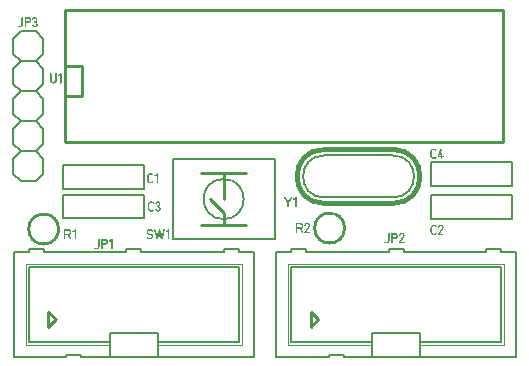
<source format=gto>
G04*
G04 #@! TF.GenerationSoftware,Altium Limited,Altium Designer,20.1.8 (145)*
G04*
G04 Layer_Color=15790320*
%FSLAX44Y44*%
%MOMM*%
G71*
G04*
G04 #@! TF.SameCoordinates,26300AEE-937A-4092-BCD3-584E98E6A38F*
G04*
G04*
G04 #@! TF.FilePolarity,Positive*
G04*
G01*
G75*
%ADD10C,0.2500*%
%ADD11C,0.2000*%
%ADD12C,0.1270*%
%ADD13C,0.4064*%
%ADD14C,0.2540*%
%ADD15C,0.0508*%
G36*
X23229Y239862D02*
X23298Y239848D01*
X23465Y239806D01*
X23548Y239751D01*
X23631Y239695D01*
X23645Y239681D01*
X23659Y239654D01*
X23700Y239612D01*
X23742Y239557D01*
X23784Y239473D01*
X23811Y239376D01*
X23839Y239265D01*
X23853Y239140D01*
Y233968D01*
Y233954D01*
Y233912D01*
Y233843D01*
X23839Y233746D01*
X23825Y233635D01*
X23811Y233510D01*
X23797Y233371D01*
X23770Y233205D01*
X23673Y232872D01*
X23548Y232539D01*
X23465Y232359D01*
X23368Y232206D01*
X23257Y232040D01*
X23132Y231901D01*
X23118Y231887D01*
X23090Y231873D01*
X23035Y231832D01*
X22965Y231776D01*
X22882Y231721D01*
X22771Y231651D01*
X22660Y231582D01*
X22522Y231513D01*
X22355Y231444D01*
X22189Y231374D01*
X22008Y231305D01*
X21814Y231249D01*
X21384Y231152D01*
X21149Y231138D01*
X20899Y231124D01*
X20760D01*
X20663Y231138D01*
X20538Y231152D01*
X20400Y231166D01*
X20247Y231194D01*
X20081Y231222D01*
X19720Y231319D01*
X19346Y231457D01*
X19165Y231541D01*
X18999Y231651D01*
X18833Y231763D01*
X18680Y231901D01*
X18666Y231915D01*
X18652Y231943D01*
X18611Y231984D01*
X18569Y232054D01*
X18514Y232137D01*
X18444Y232234D01*
X18389Y232359D01*
X18319Y232484D01*
X18250Y232636D01*
X18181Y232789D01*
X18070Y233149D01*
X18000Y233565D01*
X17973Y233787D01*
Y234023D01*
Y239168D01*
Y239182D01*
Y239224D01*
Y239279D01*
X17987Y239349D01*
X18042Y239515D01*
X18084Y239598D01*
X18139Y239681D01*
X18153Y239695D01*
X18181Y239709D01*
X18222Y239751D01*
X18292Y239778D01*
X18375Y239820D01*
X18472Y239848D01*
X18583Y239876D01*
X18763D01*
X18833Y239862D01*
X18916Y239848D01*
X19013Y239820D01*
X19110Y239792D01*
X19207Y239737D01*
X19290Y239667D01*
X19304Y239654D01*
X19318Y239626D01*
X19346Y239584D01*
X19387Y239529D01*
X19429Y239446D01*
X19457Y239349D01*
X19470Y239251D01*
X19484Y239127D01*
Y233995D01*
Y233981D01*
Y233926D01*
X19498Y233857D01*
X19512Y233759D01*
X19526Y233649D01*
X19554Y233524D01*
X19595Y233399D01*
X19665Y233260D01*
X19734Y233122D01*
X19817Y232983D01*
X19928Y232858D01*
X20053Y232747D01*
X20206Y232650D01*
X20386Y232581D01*
X20594Y232525D01*
X20830Y232511D01*
X20899D01*
X20968Y232525D01*
X21065Y232539D01*
X21176Y232567D01*
X21301Y232609D01*
X21426Y232650D01*
X21579Y232719D01*
X21717Y232803D01*
X21842Y232900D01*
X21981Y233011D01*
X22092Y233149D01*
X22189Y233316D01*
X22272Y233510D01*
X22327Y233732D01*
X22355Y233981D01*
Y239140D01*
Y239154D01*
Y239196D01*
Y239265D01*
X22369Y239335D01*
X22411Y239501D01*
X22452Y239584D01*
X22508Y239654D01*
X22522Y239667D01*
X22549Y239695D01*
X22591Y239723D01*
X22646Y239764D01*
X22730Y239806D01*
X22840Y239848D01*
X22965Y239862D01*
X23118Y239876D01*
X23173D01*
X23229Y239862D01*
D02*
G37*
G36*
X27459Y239848D02*
X27514Y239834D01*
X27667Y239778D01*
X27750Y239737D01*
X27833Y239667D01*
X27847Y239654D01*
X27861Y239626D01*
X27889Y239584D01*
X27930Y239529D01*
X28000Y239376D01*
X28013Y239293D01*
X28027Y239196D01*
Y231735D01*
Y231721D01*
Y231693D01*
Y231651D01*
X28013Y231596D01*
X27972Y231457D01*
X27889Y231319D01*
X27875Y231305D01*
X27861Y231291D01*
X27819Y231263D01*
X27764Y231222D01*
X27694Y231180D01*
X27597Y231152D01*
X27500Y231138D01*
X27376Y231124D01*
X27306D01*
X27237Y231138D01*
X27154Y231152D01*
X26959Y231208D01*
X26876Y231249D01*
X26807Y231319D01*
X26793Y231346D01*
X26751Y231416D01*
X26710Y231541D01*
X26682Y231707D01*
Y238031D01*
X25781Y237476D01*
X25767D01*
X25739Y237449D01*
X25697Y237435D01*
X25642Y237407D01*
X25489Y237365D01*
X25406D01*
X25309Y237379D01*
X25295D01*
X25268Y237393D01*
X25212Y237407D01*
X25157Y237435D01*
X25101Y237462D01*
X25032Y237518D01*
X24962Y237573D01*
X24907Y237656D01*
Y237670D01*
X24879Y237698D01*
X24865Y237740D01*
X24838Y237795D01*
X24796Y237948D01*
Y238045D01*
X24810Y238142D01*
Y238156D01*
X24824Y238183D01*
X24838Y238225D01*
X24865Y238281D01*
X24893Y238350D01*
X24948Y238419D01*
X25004Y238489D01*
X25087Y238544D01*
X26959Y239737D01*
X26973D01*
X26987Y239751D01*
X27070Y239806D01*
X27195Y239848D01*
X27362Y239862D01*
X27403D01*
X27459Y239848D01*
D02*
G37*
G36*
X5539Y287403D02*
X5623Y287389D01*
X5720Y287376D01*
X5969Y287320D01*
X6233Y287237D01*
X6524Y287098D01*
X6663Y287015D01*
X6801Y286904D01*
X6940Y286793D01*
X7065Y286654D01*
X7079Y286627D01*
X7134Y286543D01*
X7204Y286405D01*
X7287Y286224D01*
X7370Y286003D01*
X7439Y285753D01*
X7495Y285448D01*
X7509Y285129D01*
Y285115D01*
Y285060D01*
Y284976D01*
X7495Y284879D01*
X7481Y284754D01*
X7453Y284616D01*
X7412Y284449D01*
X7370Y284283D01*
X7315Y284116D01*
X7231Y283936D01*
X7134Y283770D01*
X7023Y283603D01*
X6884Y283451D01*
X6718Y283298D01*
X6524Y283173D01*
X6316Y283062D01*
X6330D01*
X6371Y283035D01*
X6441Y283007D01*
X6538Y282965D01*
X6635Y282910D01*
X6760Y282840D01*
X6884Y282743D01*
X7009Y282646D01*
X7134Y282521D01*
X7259Y282383D01*
X7370Y282216D01*
X7481Y282050D01*
X7564Y281842D01*
X7620Y281620D01*
X7661Y281384D01*
X7675Y281121D01*
Y281107D01*
Y281079D01*
Y281024D01*
Y280940D01*
X7661Y280857D01*
X7647Y280760D01*
X7606Y280511D01*
X7536Y280247D01*
X7425Y279970D01*
X7259Y279692D01*
X7162Y279568D01*
X7051Y279443D01*
X7037Y279429D01*
X7023Y279415D01*
X6982Y279373D01*
X6912Y279332D01*
X6843Y279276D01*
X6760Y279207D01*
X6649Y279138D01*
X6538Y279068D01*
X6274Y278930D01*
X5955Y278805D01*
X5595Y278722D01*
X5401Y278708D01*
X5193Y278694D01*
X5151D01*
X5095Y278708D01*
X5012Y278722D01*
X4929Y278736D01*
X4818Y278763D01*
X4568Y278819D01*
X4305Y278930D01*
X4014Y279068D01*
X3875Y279165D01*
X3736Y279276D01*
X3612Y279387D01*
X3487Y279526D01*
X3473Y279540D01*
X3445Y279581D01*
X3404Y279651D01*
X3348Y279734D01*
X3293Y279845D01*
X3237Y279956D01*
X3196Y280095D01*
X3168Y280233D01*
Y280247D01*
Y280275D01*
X3182Y280330D01*
X3196Y280386D01*
X3251Y280538D01*
X3293Y280608D01*
X3348Y280663D01*
X3362Y280677D01*
X3376Y280691D01*
X3459Y280746D01*
X3584Y280802D01*
X3667Y280830D01*
X3820D01*
X3903Y280816D01*
X4000Y280788D01*
X4111Y280746D01*
X4208Y280677D01*
X4305Y280580D01*
X4374Y280455D01*
X4388Y280427D01*
X4444Y280358D01*
X4527Y280261D01*
X4624Y280150D01*
X4763Y280039D01*
X4915Y279942D01*
X5095Y279886D01*
X5193Y279859D01*
X5359D01*
X5442Y279873D01*
X5539Y279900D01*
X5650Y279928D01*
X5775Y279984D01*
X5886Y280053D01*
X6011Y280150D01*
X6025Y280178D01*
X6080Y280233D01*
X6150Y280344D01*
X6233Y280483D01*
X6302Y280649D01*
X6357Y280844D01*
X6371Y281065D01*
X6357Y281190D01*
X6344Y281315D01*
Y281329D01*
X6330Y281371D01*
X6302Y281412D01*
X6260Y281495D01*
X6163Y281662D01*
X6039Y281870D01*
X5858Y282064D01*
X5747Y282161D01*
X5636Y282244D01*
X5525Y282300D01*
X5387Y282355D01*
X5248Y282383D01*
X5068D01*
X4998Y282397D01*
X4915Y282425D01*
X4804Y282480D01*
X4707Y282563D01*
X4610Y282674D01*
X4555Y282813D01*
X4527Y282910D01*
Y283007D01*
Y283021D01*
Y283035D01*
Y283118D01*
X4541Y283243D01*
X4568Y283381D01*
X4652Y283520D01*
X4707Y283589D01*
X4763Y283645D01*
X4846Y283700D01*
X4943Y283756D01*
X5054Y283784D01*
X5193Y283811D01*
X5234D01*
X5290Y283825D01*
X5359Y283839D01*
X5525Y283881D01*
X5623Y283922D01*
X5720Y283978D01*
X5817Y284047D01*
X5900Y284144D01*
X5997Y284241D01*
X6066Y284380D01*
X6136Y284519D01*
X6191Y284699D01*
X6219Y284893D01*
X6233Y285129D01*
Y285143D01*
Y285170D01*
Y285212D01*
Y285268D01*
X6205Y285420D01*
X6163Y285614D01*
X6080Y285808D01*
X5955Y285989D01*
X5872Y286072D01*
X5789Y286155D01*
X5678Y286210D01*
X5553Y286266D01*
X5512D01*
X5470Y286280D01*
X5415D01*
X5262Y286266D01*
X5068Y286238D01*
X4860Y286169D01*
X4763Y286127D01*
X4652Y286058D01*
X4555Y285975D01*
X4458Y285878D01*
X4374Y285753D01*
X4291Y285614D01*
X4277Y285586D01*
X4250Y285531D01*
X4180Y285448D01*
X4097Y285351D01*
X3986Y285268D01*
X3847Y285212D01*
X3667Y285184D01*
X3570D01*
X3473Y285212D01*
X3459Y285226D01*
X3404Y285240D01*
X3334Y285295D01*
X3251Y285365D01*
X3168Y285462D01*
X3112Y285586D01*
X3085Y285753D01*
Y285947D01*
Y285961D01*
X3099Y286003D01*
X3126Y286058D01*
X3154Y286141D01*
X3196Y286238D01*
X3265Y286349D01*
X3334Y286460D01*
X3431Y286585D01*
X3445Y286599D01*
X3459Y286627D01*
X3487Y286668D01*
X3542Y286724D01*
X3612Y286793D01*
X3681Y286862D01*
X3778Y286946D01*
X3889Y287029D01*
X4014Y287098D01*
X4153Y287181D01*
X4305Y287251D01*
X4485Y287306D01*
X4679Y287362D01*
X4888Y287403D01*
X5109Y287417D01*
X5456D01*
X5539Y287403D01*
D02*
G37*
G36*
X-5250D02*
X-5181Y287389D01*
X-5028Y287334D01*
X-4945Y287292D01*
X-4876Y287223D01*
X-4862Y287209D01*
X-4848Y287181D01*
X-4807Y287140D01*
X-4765Y287084D01*
X-4696Y286932D01*
X-4682Y286849D01*
X-4668Y286751D01*
Y281800D01*
Y281786D01*
Y281759D01*
Y281717D01*
Y281662D01*
X-4682Y281592D01*
Y281509D01*
X-4709Y281301D01*
X-4751Y281052D01*
X-4820Y280788D01*
X-4918Y280497D01*
X-5042Y280192D01*
X-5195Y279886D01*
X-5389Y279595D01*
X-5625Y279332D01*
X-5916Y279082D01*
X-6082Y278971D01*
X-6249Y278874D01*
X-6443Y278791D01*
X-6651Y278722D01*
X-6873Y278666D01*
X-7095Y278624D01*
X-7358Y278597D01*
X-7622Y278583D01*
X-7788D01*
X-7913Y278597D01*
X-8066D01*
X-8232Y278624D01*
X-8426Y278638D01*
X-8634Y278666D01*
X-8662D01*
X-8717Y278694D01*
X-8801Y278722D01*
X-8898Y278777D01*
X-9009Y278846D01*
X-9092Y278957D01*
X-9147Y279096D01*
X-9175Y279263D01*
Y279276D01*
Y279290D01*
X-9161Y279359D01*
X-9147Y279471D01*
X-9092Y279595D01*
X-9022Y279706D01*
X-8912Y279817D01*
X-8759Y279886D01*
X-8662Y279914D01*
X-8551D01*
X-8163Y279873D01*
X-8121D01*
X-8066Y279859D01*
X-7996D01*
X-7816Y279845D01*
X-7622Y279831D01*
X-7539D01*
X-7483Y279845D01*
X-7317Y279859D01*
X-7136Y279886D01*
X-6928Y279942D01*
X-6720Y280025D01*
X-6526Y280136D01*
X-6374Y280289D01*
X-6360Y280317D01*
X-6318Y280372D01*
X-6263Y280483D01*
X-6193Y280649D01*
X-6124Y280857D01*
X-6069Y281121D01*
X-6041Y281259D01*
X-6027Y281426D01*
X-6013Y281606D01*
Y281800D01*
Y286751D01*
Y286765D01*
Y286793D01*
X-5999Y286849D01*
X-5985Y286904D01*
X-5930Y287057D01*
X-5888Y287140D01*
X-5819Y287223D01*
X-5805Y287237D01*
X-5777Y287251D01*
X-5736Y287278D01*
X-5680Y287320D01*
X-5528Y287389D01*
X-5444Y287403D01*
X-5347Y287417D01*
X-5306D01*
X-5250Y287403D01*
D02*
G37*
G36*
X-161Y287306D02*
X-50D01*
X200Y287264D01*
X491Y287209D01*
X796Y287112D01*
X1115Y286973D01*
X1420Y286793D01*
X1434Y286779D01*
X1448Y286765D01*
X1490Y286724D01*
X1545Y286668D01*
X1601Y286585D01*
X1670Y286502D01*
X1739Y286405D01*
X1809Y286280D01*
X1892Y286155D01*
X1961Y286003D01*
X2017Y285850D01*
X2086Y285670D01*
X2128Y285489D01*
X2169Y285295D01*
X2197Y285073D01*
Y284851D01*
Y284768D01*
Y284754D01*
Y284713D01*
Y284657D01*
X2183Y284574D01*
X2169Y284477D01*
X2155Y284366D01*
X2100Y284102D01*
X2017Y283797D01*
X1878Y283479D01*
X1795Y283312D01*
X1698Y283160D01*
X1587Y283007D01*
X1448Y282854D01*
X1434D01*
X1420Y282827D01*
X1379Y282813D01*
X1323Y282771D01*
X1254Y282743D01*
X1171Y282702D01*
X963Y282605D01*
X699Y282521D01*
X394Y282452D01*
X47Y282411D01*
X-341Y282397D01*
X-2019D01*
Y279249D01*
Y279235D01*
Y279207D01*
X-2033Y279151D01*
X-2047Y279082D01*
X-2102Y278916D01*
X-2144Y278846D01*
X-2213Y278763D01*
X-2227Y278749D01*
X-2241Y278736D01*
X-2296Y278708D01*
X-2352Y278680D01*
X-2504Y278611D01*
X-2588Y278597D01*
X-2698Y278583D01*
X-2740D01*
X-2796Y278597D01*
X-2851Y278611D01*
X-3004Y278666D01*
X-3087Y278708D01*
X-3170Y278763D01*
X-3184Y278777D01*
X-3198Y278805D01*
X-3225Y278846D01*
X-3267Y278902D01*
X-3336Y279054D01*
X-3350Y279138D01*
X-3364Y279249D01*
Y286640D01*
Y286654D01*
Y286682D01*
X-3350Y286737D01*
X-3336Y286807D01*
X-3281Y286959D01*
X-3239Y287043D01*
X-3170Y287112D01*
X-3156Y287126D01*
X-3128Y287140D01*
X-3087Y287181D01*
X-3031Y287223D01*
X-2879Y287292D01*
X-2796Y287306D01*
X-2698Y287320D01*
X-258D01*
X-161Y287306D01*
D02*
G37*
G36*
X343080Y176105D02*
X343177D01*
X343399Y176077D01*
X343649Y176049D01*
X343912Y176008D01*
X344148Y175952D01*
X344370Y175869D01*
X344384D01*
X344398Y175855D01*
X344481Y175813D01*
X344592Y175744D01*
X344731Y175647D01*
X344869Y175536D01*
X345022Y175411D01*
X345147Y175259D01*
X345258Y175092D01*
X345271Y175078D01*
X345299Y175037D01*
X345327Y174967D01*
X345355Y174884D01*
X345369Y174773D01*
Y174662D01*
X345327Y174538D01*
X345258Y174399D01*
X345244Y174385D01*
X345202Y174343D01*
X345133Y174302D01*
X345050Y174246D01*
X344939Y174205D01*
X344814Y174177D01*
X344675D01*
X344523Y174219D01*
X344273Y174357D01*
X344259Y174371D01*
X344217Y174413D01*
X344148Y174468D01*
X344065Y174538D01*
X343954Y174607D01*
X343829Y174690D01*
X343690Y174759D01*
X343538Y174815D01*
X343510D01*
X343441Y174829D01*
X343316Y174856D01*
X343164D01*
X342983Y174870D01*
X342789Y174856D01*
X342567Y174829D01*
X342331Y174773D01*
X342318D01*
X342290Y174759D01*
X342234Y174746D01*
X342179Y174704D01*
X342096Y174662D01*
X342012Y174607D01*
X341929Y174538D01*
X341832Y174454D01*
X341749Y174357D01*
X341652Y174232D01*
X341583Y174094D01*
X341513Y173927D01*
X341444Y173747D01*
X341416Y173539D01*
X341388Y173317D01*
Y173054D01*
X341402Y170641D01*
Y170613D01*
Y170543D01*
Y170432D01*
Y170266D01*
X341430Y170086D01*
X341472Y169864D01*
X341527Y169614D01*
X341610Y169337D01*
X341624Y169323D01*
X341652Y169281D01*
X341693Y169212D01*
X341749Y169129D01*
X341832Y169032D01*
X341943Y168949D01*
X342068Y168879D01*
X342207Y168810D01*
X342220D01*
X342234Y168796D01*
X342318Y168768D01*
X342429Y168741D01*
X342581Y168699D01*
X342775Y168657D01*
X342969Y168630D01*
X343191Y168602D01*
X343413Y168616D01*
X343427D01*
X343483Y168630D01*
X343566Y168657D01*
X343663Y168685D01*
X343788Y168727D01*
X343912Y168782D01*
X344037Y168852D01*
X344176Y168935D01*
X344523Y169184D01*
X344537Y169198D01*
X344592Y169212D01*
X344675Y169226D01*
X344786Y169240D01*
X344897D01*
X345036Y169212D01*
X345188Y169143D01*
X345327Y169046D01*
X345341Y169032D01*
X345369Y168976D01*
X345410Y168893D01*
X345438Y168782D01*
X345452Y168643D01*
X345438Y168505D01*
X345382Y168352D01*
X345341Y168269D01*
X345285Y168186D01*
X345271Y168172D01*
X345202Y168116D01*
X345119Y168033D01*
X344994Y167950D01*
X344842Y167839D01*
X344661Y167728D01*
X344453Y167631D01*
X344231Y167534D01*
X344204Y167520D01*
X344120Y167506D01*
X343982Y167479D01*
X343801Y167437D01*
X343566Y167409D01*
X343288Y167381D01*
X342567D01*
X342484Y167395D01*
X342373Y167409D01*
X342207Y167451D01*
X342026Y167506D01*
X341818Y167589D01*
X341583Y167700D01*
X341361Y167839D01*
X341125Y168019D01*
X340903Y168227D01*
X340695Y168491D01*
X340515Y168796D01*
X340432Y168976D01*
X340362Y169157D01*
X340293Y169351D01*
X340237Y169573D01*
X340196Y169808D01*
X340168Y170044D01*
X340140Y170308D01*
Y170585D01*
X340126Y173012D01*
Y173026D01*
Y173054D01*
Y173095D01*
Y173151D01*
X340140Y173303D01*
X340154Y173497D01*
X340196Y173733D01*
X340251Y173997D01*
X340334Y174274D01*
X340445Y174565D01*
X340584Y174856D01*
X340750Y175134D01*
X340972Y175397D01*
X341236Y175633D01*
X341555Y175827D01*
X341721Y175910D01*
X341915Y175980D01*
X342123Y176035D01*
X342345Y176091D01*
X342581Y176105D01*
X342831Y176119D01*
X342997D01*
X343080Y176105D01*
D02*
G37*
G36*
X349404Y176077D02*
X349501Y176049D01*
X349515D01*
X349543Y176021D01*
X349585Y175994D01*
X349640Y175952D01*
X349696Y175897D01*
X349751Y175827D01*
X349807Y175744D01*
X349848Y175647D01*
Y175633D01*
X349862Y175605D01*
X349876Y175550D01*
X349890Y175467D01*
Y175286D01*
X349876Y175189D01*
X349848Y175078D01*
X347879Y170086D01*
X349141Y170100D01*
Y171500D01*
Y171514D01*
Y171556D01*
X349155Y171597D01*
X349169Y171667D01*
X349224Y171833D01*
X349266Y171916D01*
X349335Y172000D01*
X349349Y172013D01*
X349377Y172027D01*
X349404Y172055D01*
X349460Y172097D01*
X349612Y172166D01*
X349696Y172180D01*
X349793Y172194D01*
X349820D01*
X349876Y172166D01*
X349917Y172138D01*
X349973Y172111D01*
X350028Y172055D01*
X350098Y171986D01*
X350112Y171972D01*
X350126Y171958D01*
X350153Y171903D01*
X350195Y171847D01*
X350236Y171778D01*
X350264Y171695D01*
X350278Y171597D01*
X350292Y171486D01*
Y170086D01*
X350791D01*
X350847Y170072D01*
X350902Y170058D01*
X350971Y170030D01*
X351055Y170003D01*
X351124Y169947D01*
X351193Y169878D01*
X351207Y169864D01*
X351221Y169850D01*
X351249Y169808D01*
X351290Y169753D01*
X351346Y169600D01*
X351360Y169503D01*
X351374Y169406D01*
Y169392D01*
Y169365D01*
X351360Y169309D01*
X351346Y169240D01*
X351304Y169087D01*
X351249Y169004D01*
X351193Y168935D01*
X351180Y168921D01*
X351166Y168907D01*
X351124Y168865D01*
X351068Y168838D01*
X350930Y168754D01*
X350847Y168741D01*
X350750Y168727D01*
X350292D01*
Y168103D01*
Y168089D01*
Y168047D01*
X350278Y167992D01*
X350264Y167922D01*
X350209Y167756D01*
X350167Y167673D01*
X350098Y167589D01*
X350084Y167576D01*
X350070Y167562D01*
X349987Y167492D01*
X349890Y167423D01*
X349834Y167395D01*
X349751D01*
X349696Y167409D01*
X349640Y167423D01*
X349571Y167451D01*
X349487Y167479D01*
X349404Y167534D01*
X349335Y167603D01*
X349321Y167617D01*
X349307Y167645D01*
X349280Y167687D01*
X349238Y167756D01*
X349169Y167908D01*
X349155Y168006D01*
X349141Y168116D01*
Y168741D01*
X346825Y168727D01*
X346783D01*
X346742Y168741D01*
X346672Y168754D01*
X346534Y168810D01*
X346464Y168852D01*
X346395Y168921D01*
X346381Y168935D01*
X346367Y168949D01*
X346339Y168990D01*
X346312Y169046D01*
X346270Y169115D01*
X346242Y169198D01*
X346228Y169295D01*
X346215Y169406D01*
Y169434D01*
X346242Y169503D01*
X346298Y169614D01*
X346339Y169684D01*
X346409Y169753D01*
X348725Y175661D01*
Y175675D01*
Y175702D01*
X348739Y175758D01*
X348766Y175813D01*
X348794Y175883D01*
X348836Y175952D01*
X348905Y176008D01*
X348988Y176049D01*
X349002D01*
X349030Y176063D01*
X349085Y176077D01*
X349141Y176091D01*
X349307D01*
X349404Y176077D01*
D02*
G37*
G36*
X236119Y113155D02*
X236230Y113141D01*
X236494Y113113D01*
X236785Y113044D01*
X237090Y112933D01*
X237381Y112780D01*
X237520Y112697D01*
X237659Y112586D01*
X237673Y112572D01*
X237700Y112544D01*
X237756Y112489D01*
X237811Y112406D01*
X237894Y112309D01*
X237964Y112198D01*
X238047Y112059D01*
X238130Y111906D01*
X238200Y111740D01*
X238255Y111546D01*
X238297Y111338D01*
X238324Y111116D01*
Y110866D01*
X238311Y110617D01*
X238255Y110353D01*
X238172Y110062D01*
Y110048D01*
X238158Y110034D01*
X238144Y109993D01*
X238102Y109937D01*
X238075Y109854D01*
X238019Y109757D01*
X237950Y109646D01*
X237881Y109521D01*
X237784Y109369D01*
X237686Y109202D01*
X237562Y109008D01*
X237423Y108786D01*
X237270Y108564D01*
X237104Y108301D01*
X236910Y108023D01*
X236702Y107718D01*
Y107704D01*
X236674Y107677D01*
X236646Y107635D01*
X236605Y107580D01*
X236563Y107496D01*
X236494Y107399D01*
X236424Y107288D01*
X236341Y107150D01*
X236244Y107011D01*
X236133Y106858D01*
X236008Y106678D01*
X235884Y106498D01*
X235592Y106082D01*
X235259Y105624D01*
X236813Y105610D01*
X237742D01*
X237867Y105596D01*
X237992Y105555D01*
X238130Y105499D01*
X238227Y105402D01*
X238311Y105264D01*
X238324Y105167D01*
Y105069D01*
Y105042D01*
X238311Y104986D01*
X238283Y104889D01*
X238227Y104778D01*
X238158Y104667D01*
X238033Y104570D01*
X237881Y104487D01*
X237784Y104459D01*
X237673Y104445D01*
X233942D01*
X233900Y104459D01*
X233845Y104487D01*
X233789Y104529D01*
X233720Y104584D01*
X233665Y104667D01*
X233609Y104764D01*
X233581Y104889D01*
Y104903D01*
X233568Y104958D01*
Y105056D01*
X233581Y105180D01*
X233623Y105333D01*
X233706Y105527D01*
X233762Y105624D01*
X233831Y105735D01*
X233914Y105860D01*
X234011Y105985D01*
X234025Y105999D01*
X234039Y106026D01*
X234081Y106082D01*
X234136Y106151D01*
X234192Y106234D01*
X234261Y106331D01*
X234427Y106553D01*
X234608Y106831D01*
X234816Y107108D01*
X235010Y107413D01*
X235204Y107704D01*
X235218Y107718D01*
X235232Y107746D01*
X235259Y107788D01*
X235301Y107857D01*
X235357Y107940D01*
X235412Y108023D01*
X235551Y108231D01*
X235703Y108467D01*
X235870Y108717D01*
X236022Y108953D01*
X236175Y109174D01*
X236189Y109188D01*
X236203Y109216D01*
X236244Y109271D01*
X236300Y109341D01*
X236355Y109438D01*
X236424Y109535D01*
X236577Y109757D01*
X236730Y109993D01*
X236882Y110242D01*
X237007Y110464D01*
X237048Y110561D01*
X237090Y110645D01*
Y110658D01*
Y110672D01*
X237104Y110742D01*
X237118Y110852D01*
Y111005D01*
X237090Y111158D01*
X237035Y111338D01*
X236938Y111518D01*
X236882Y111615D01*
X236799Y111699D01*
X236785Y111712D01*
X236716Y111754D01*
X236619Y111823D01*
X236494Y111879D01*
X236313Y111934D01*
X236119Y111990D01*
X235897Y112004D01*
X235634Y111990D01*
X235606D01*
X235523Y111976D01*
X235412Y111920D01*
X235273Y111837D01*
X235190Y111782D01*
X235107Y111712D01*
X235038Y111615D01*
X234954Y111504D01*
X234885Y111379D01*
X234816Y111241D01*
X234746Y111074D01*
X234691Y110880D01*
X234677Y110866D01*
X234649Y110811D01*
X234608Y110742D01*
X234538Y110672D01*
X234441Y110589D01*
X234330Y110534D01*
X234205Y110492D01*
X234053Y110478D01*
X234025Y110492D01*
X233970Y110506D01*
X233900Y110547D01*
X233803Y110603D01*
X233706Y110672D01*
X233623Y110769D01*
X233568Y110880D01*
X233540Y111019D01*
Y111033D01*
Y111074D01*
Y111144D01*
Y111241D01*
X233554Y111352D01*
X233581Y111477D01*
X233609Y111615D01*
X233665Y111768D01*
X233678Y111782D01*
X233692Y111837D01*
X233734Y111920D01*
X233803Y112031D01*
X233887Y112156D01*
X233997Y112295D01*
X234136Y112461D01*
X234316Y112614D01*
X234344Y112642D01*
X234427Y112697D01*
X234552Y112780D01*
X234719Y112877D01*
X234940Y112974D01*
X235204Y113071D01*
X235495Y113127D01*
X235828Y113169D01*
X236022D01*
X236119Y113155D01*
D02*
G37*
G36*
X229989D02*
X230114D01*
X230239Y113141D01*
X230392Y113113D01*
X230558Y113099D01*
X230905Y113030D01*
X231265Y112919D01*
X231612Y112766D01*
X231779Y112683D01*
X231931Y112572D01*
X231945D01*
X231959Y112544D01*
X232000Y112503D01*
X232042Y112461D01*
X232097Y112392D01*
X232153Y112323D01*
X232222Y112226D01*
X232292Y112115D01*
X232361Y111990D01*
X232416Y111851D01*
X232486Y111699D01*
X232541Y111532D01*
X232583Y111338D01*
X232624Y111144D01*
X232652Y110922D01*
X232666Y110686D01*
Y110561D01*
Y110547D01*
Y110478D01*
X232652Y110395D01*
X232638Y110270D01*
X232611Y110118D01*
X232569Y109951D01*
X232514Y109771D01*
X232444Y109577D01*
X232347Y109382D01*
X232236Y109188D01*
X232111Y108994D01*
X231945Y108800D01*
X231751Y108634D01*
X231529Y108467D01*
X231265Y108342D01*
X230974Y108231D01*
X230988Y108217D01*
X231016Y108162D01*
X231071Y108079D01*
X231140Y107968D01*
X231210Y107829D01*
X231307Y107663D01*
X231418Y107483D01*
X231529Y107288D01*
X231654Y107066D01*
X231779Y106845D01*
X232042Y106359D01*
X232306Y105874D01*
X232541Y105374D01*
X232555Y105361D01*
X232569Y105305D01*
X232583Y105236D01*
X232611Y105139D01*
X232624Y105028D01*
X232611Y104917D01*
X232583Y104778D01*
X232527Y104653D01*
X232514Y104640D01*
X232486Y104612D01*
X232444Y104584D01*
X232389Y104542D01*
X232306Y104501D01*
X232222Y104459D01*
X232111Y104431D01*
X231945D01*
X231876Y104459D01*
X231792Y104487D01*
X231695Y104529D01*
X231598Y104598D01*
X231501Y104695D01*
X231418Y104820D01*
X231404Y104834D01*
X231376Y104889D01*
X231335Y104958D01*
X231279Y105069D01*
X231210Y105194D01*
X231127Y105361D01*
X231016Y105541D01*
X230905Y105735D01*
X230780Y105971D01*
X230655Y106207D01*
X230503Y106470D01*
X230350Y106748D01*
X230198Y107039D01*
X230031Y107344D01*
X229671Y107982D01*
X227535D01*
Y105083D01*
Y105069D01*
Y105042D01*
X227521Y104986D01*
X227507Y104917D01*
X227451Y104764D01*
X227410Y104695D01*
X227341Y104612D01*
X227327Y104598D01*
X227313Y104584D01*
X227257Y104556D01*
X227202Y104529D01*
X227049Y104459D01*
X226966Y104445D01*
X226855Y104431D01*
X226814D01*
X226758Y104445D01*
X226703Y104459D01*
X226550Y104515D01*
X226467Y104556D01*
X226384Y104612D01*
X226370Y104626D01*
X226356Y104653D01*
X226314Y104695D01*
X226287Y104750D01*
X226203Y104889D01*
X226189Y104986D01*
X226176Y105083D01*
Y112489D01*
Y112503D01*
Y112531D01*
X226189Y112586D01*
X226203Y112655D01*
X226231Y112725D01*
X226259Y112808D01*
X226314Y112891D01*
X226384Y112961D01*
X226397Y112974D01*
X226425Y112988D01*
X226467Y113030D01*
X226522Y113071D01*
X226675Y113141D01*
X226758Y113155D01*
X226855Y113169D01*
X229906D01*
X229989Y113155D01*
D02*
G37*
G36*
X59707Y99653D02*
X59776Y99639D01*
X59929Y99584D01*
X60012Y99542D01*
X60081Y99473D01*
X60095Y99459D01*
X60109Y99431D01*
X60151Y99390D01*
X60192Y99334D01*
X60262Y99182D01*
X60276Y99099D01*
X60290Y99001D01*
Y94050D01*
Y94037D01*
Y94009D01*
Y93967D01*
Y93912D01*
X60276Y93842D01*
Y93759D01*
X60248Y93551D01*
X60206Y93301D01*
X60137Y93038D01*
X60040Y92747D01*
X59915Y92442D01*
X59763Y92136D01*
X59568Y91845D01*
X59332Y91582D01*
X59041Y91332D01*
X58875Y91221D01*
X58709Y91124D01*
X58514Y91041D01*
X58306Y90972D01*
X58084Y90916D01*
X57863Y90875D01*
X57599Y90847D01*
X57336Y90833D01*
X57169D01*
X57044Y90847D01*
X56892D01*
X56725Y90875D01*
X56531Y90888D01*
X56323Y90916D01*
X56295D01*
X56240Y90944D01*
X56157Y90972D01*
X56060Y91027D01*
X55949Y91096D01*
X55865Y91207D01*
X55810Y91346D01*
X55782Y91512D01*
Y91526D01*
Y91540D01*
X55796Y91609D01*
X55810Y91721D01*
X55865Y91845D01*
X55935Y91956D01*
X56046Y92067D01*
X56198Y92136D01*
X56295Y92164D01*
X56406D01*
X56795Y92123D01*
X56836D01*
X56892Y92109D01*
X56961D01*
X57141Y92095D01*
X57336Y92081D01*
X57419D01*
X57474Y92095D01*
X57641Y92109D01*
X57821Y92136D01*
X58029Y92192D01*
X58237Y92275D01*
X58431Y92386D01*
X58584Y92539D01*
X58597Y92566D01*
X58639Y92622D01*
X58695Y92733D01*
X58764Y92899D01*
X58833Y93107D01*
X58889Y93371D01*
X58917Y93510D01*
X58930Y93676D01*
X58944Y93856D01*
Y94050D01*
Y99001D01*
Y99015D01*
Y99043D01*
X58958Y99099D01*
X58972Y99154D01*
X59027Y99306D01*
X59069Y99390D01*
X59138Y99473D01*
X59152Y99487D01*
X59180Y99501D01*
X59222Y99528D01*
X59277Y99570D01*
X59430Y99639D01*
X59513Y99653D01*
X59610Y99667D01*
X59651D01*
X59707Y99653D01*
D02*
G37*
G36*
X70649D02*
X70705Y99639D01*
X70857Y99584D01*
X70940Y99542D01*
X71024Y99473D01*
X71038Y99459D01*
X71051Y99431D01*
X71079Y99390D01*
X71121Y99334D01*
X71190Y99182D01*
X71204Y99099D01*
X71218Y99001D01*
Y91540D01*
Y91526D01*
Y91499D01*
Y91457D01*
X71204Y91402D01*
X71162Y91263D01*
X71079Y91124D01*
X71065Y91110D01*
X71051Y91096D01*
X71010Y91069D01*
X70954Y91027D01*
X70885Y90985D01*
X70788Y90958D01*
X70691Y90944D01*
X70566Y90930D01*
X70497D01*
X70427Y90944D01*
X70344Y90958D01*
X70150Y91013D01*
X70067Y91055D01*
X69997Y91124D01*
X69984Y91152D01*
X69942Y91221D01*
X69900Y91346D01*
X69872Y91512D01*
Y97837D01*
X68971Y97282D01*
X68957D01*
X68930Y97254D01*
X68888Y97240D01*
X68832Y97212D01*
X68680Y97171D01*
X68597D01*
X68500Y97185D01*
X68486D01*
X68458Y97198D01*
X68403Y97212D01*
X68347Y97240D01*
X68292Y97268D01*
X68222Y97323D01*
X68153Y97379D01*
X68097Y97462D01*
Y97476D01*
X68070Y97504D01*
X68056Y97545D01*
X68028Y97601D01*
X67986Y97753D01*
Y97850D01*
X68000Y97947D01*
Y97961D01*
X68014Y97989D01*
X68028Y98031D01*
X68056Y98086D01*
X68084Y98155D01*
X68139Y98225D01*
X68194Y98294D01*
X68278Y98350D01*
X70150Y99542D01*
X70164D01*
X70178Y99556D01*
X70261Y99612D01*
X70386Y99653D01*
X70552Y99667D01*
X70594D01*
X70649Y99653D01*
D02*
G37*
G36*
X64797Y99556D02*
X64908D01*
X65157Y99515D01*
X65448Y99459D01*
X65754Y99362D01*
X66073Y99223D01*
X66378Y99043D01*
X66392Y99029D01*
X66405Y99015D01*
X66447Y98974D01*
X66502Y98918D01*
X66558Y98835D01*
X66627Y98752D01*
X66697Y98655D01*
X66766Y98530D01*
X66849Y98405D01*
X66919Y98252D01*
X66974Y98100D01*
X67043Y97920D01*
X67085Y97739D01*
X67127Y97545D01*
X67154Y97323D01*
Y97101D01*
Y97018D01*
Y97004D01*
Y96963D01*
Y96907D01*
X67140Y96824D01*
X67127Y96727D01*
X67113Y96616D01*
X67057Y96353D01*
X66974Y96047D01*
X66835Y95729D01*
X66752Y95562D01*
X66655Y95409D01*
X66544Y95257D01*
X66405Y95104D01*
X66392D01*
X66378Y95077D01*
X66336Y95063D01*
X66281Y95021D01*
X66211Y94993D01*
X66128Y94952D01*
X65920Y94855D01*
X65656Y94771D01*
X65351Y94702D01*
X65005Y94661D01*
X64616Y94647D01*
X62938D01*
Y91499D01*
Y91485D01*
Y91457D01*
X62924Y91402D01*
X62911Y91332D01*
X62855Y91166D01*
X62814Y91096D01*
X62744Y91013D01*
X62730Y90999D01*
X62716Y90985D01*
X62661Y90958D01*
X62606Y90930D01*
X62453Y90861D01*
X62370Y90847D01*
X62259Y90833D01*
X62217D01*
X62162Y90847D01*
X62106Y90861D01*
X61954Y90916D01*
X61870Y90958D01*
X61787Y91013D01*
X61773Y91027D01*
X61760Y91055D01*
X61732Y91096D01*
X61690Y91152D01*
X61621Y91304D01*
X61607Y91388D01*
X61593Y91499D01*
Y98890D01*
Y98904D01*
Y98932D01*
X61607Y98988D01*
X61621Y99057D01*
X61676Y99209D01*
X61718Y99293D01*
X61787Y99362D01*
X61801Y99376D01*
X61829Y99390D01*
X61870Y99431D01*
X61926Y99473D01*
X62078Y99542D01*
X62162Y99556D01*
X62259Y99570D01*
X64700D01*
X64797Y99556D01*
D02*
G37*
G36*
X305139Y104653D02*
X305208Y104639D01*
X305361Y104584D01*
X305444Y104542D01*
X305513Y104473D01*
X305527Y104459D01*
X305541Y104431D01*
X305583Y104390D01*
X305624Y104334D01*
X305693Y104182D01*
X305707Y104099D01*
X305721Y104001D01*
Y99050D01*
Y99037D01*
Y99009D01*
Y98967D01*
Y98912D01*
X305707Y98842D01*
Y98759D01*
X305680Y98551D01*
X305638Y98301D01*
X305569Y98038D01*
X305472Y97747D01*
X305347Y97442D01*
X305194Y97136D01*
X305000Y96845D01*
X304764Y96582D01*
X304473Y96332D01*
X304307Y96221D01*
X304140Y96124D01*
X303946Y96041D01*
X303738Y95972D01*
X303516Y95916D01*
X303294Y95875D01*
X303031Y95847D01*
X302767Y95833D01*
X302601D01*
X302476Y95847D01*
X302323D01*
X302157Y95875D01*
X301963Y95888D01*
X301755Y95916D01*
X301727D01*
X301672Y95944D01*
X301588Y95972D01*
X301491Y96027D01*
X301380Y96096D01*
X301297Y96207D01*
X301242Y96346D01*
X301214Y96512D01*
Y96526D01*
Y96540D01*
X301228Y96609D01*
X301242Y96721D01*
X301297Y96845D01*
X301367Y96956D01*
X301478Y97067D01*
X301630Y97136D01*
X301727Y97164D01*
X301838D01*
X302226Y97123D01*
X302268D01*
X302323Y97109D01*
X302393D01*
X302573Y97095D01*
X302767Y97081D01*
X302850D01*
X302906Y97095D01*
X303072Y97109D01*
X303253Y97136D01*
X303461Y97192D01*
X303669Y97275D01*
X303863Y97386D01*
X304015Y97539D01*
X304029Y97566D01*
X304071Y97622D01*
X304126Y97733D01*
X304196Y97899D01*
X304265Y98107D01*
X304321Y98371D01*
X304348Y98510D01*
X304362Y98676D01*
X304376Y98856D01*
Y99050D01*
Y104001D01*
Y104015D01*
Y104043D01*
X304390Y104099D01*
X304404Y104154D01*
X304459Y104306D01*
X304501Y104390D01*
X304570Y104473D01*
X304584Y104487D01*
X304612Y104501D01*
X304653Y104528D01*
X304709Y104570D01*
X304861Y104639D01*
X304945Y104653D01*
X305042Y104667D01*
X305083D01*
X305139Y104653D01*
D02*
G37*
G36*
X316081D02*
X316192Y104639D01*
X316455Y104612D01*
X316747Y104542D01*
X317052Y104431D01*
X317343Y104279D01*
X317482Y104195D01*
X317620Y104085D01*
X317634Y104071D01*
X317662Y104043D01*
X317717Y103988D01*
X317773Y103904D01*
X317856Y103807D01*
X317925Y103696D01*
X318009Y103558D01*
X318092Y103405D01*
X318161Y103239D01*
X318217Y103045D01*
X318258Y102836D01*
X318286Y102615D01*
Y102365D01*
X318272Y102115D01*
X318217Y101852D01*
X318134Y101561D01*
Y101547D01*
X318120Y101533D01*
X318106Y101491D01*
X318064Y101436D01*
X318036Y101353D01*
X317981Y101255D01*
X317912Y101145D01*
X317842Y101020D01*
X317745Y100867D01*
X317648Y100701D01*
X317523Y100507D01*
X317385Y100285D01*
X317232Y100063D01*
X317066Y99799D01*
X316871Y99522D01*
X316663Y99217D01*
Y99203D01*
X316636Y99175D01*
X316608Y99134D01*
X316566Y99078D01*
X316525Y98995D01*
X316455Y98898D01*
X316386Y98787D01*
X316303Y98648D01*
X316206Y98510D01*
X316095Y98357D01*
X315970Y98177D01*
X315845Y97996D01*
X315554Y97580D01*
X315221Y97123D01*
X316774Y97109D01*
X317703D01*
X317828Y97095D01*
X317953Y97053D01*
X318092Y96998D01*
X318189Y96901D01*
X318272Y96762D01*
X318286Y96665D01*
Y96568D01*
Y96540D01*
X318272Y96485D01*
X318244Y96388D01*
X318189Y96277D01*
X318120Y96166D01*
X317995Y96069D01*
X317842Y95985D01*
X317745Y95958D01*
X317634Y95944D01*
X313904D01*
X313862Y95958D01*
X313806Y95985D01*
X313751Y96027D01*
X313682Y96082D01*
X313626Y96166D01*
X313571Y96263D01*
X313543Y96388D01*
Y96402D01*
X313529Y96457D01*
Y96554D01*
X313543Y96679D01*
X313585Y96831D01*
X313668Y97026D01*
X313723Y97123D01*
X313793Y97234D01*
X313876Y97358D01*
X313973Y97483D01*
X313987Y97497D01*
X314001Y97525D01*
X314042Y97580D01*
X314098Y97650D01*
X314153Y97733D01*
X314223Y97830D01*
X314389Y98052D01*
X314569Y98329D01*
X314777Y98607D01*
X314972Y98912D01*
X315166Y99203D01*
X315180Y99217D01*
X315193Y99244D01*
X315221Y99286D01*
X315263Y99355D01*
X315318Y99439D01*
X315374Y99522D01*
X315512Y99730D01*
X315665Y99966D01*
X315831Y100215D01*
X315984Y100451D01*
X316136Y100673D01*
X316150Y100687D01*
X316164Y100715D01*
X316206Y100770D01*
X316261Y100839D01*
X316317Y100936D01*
X316386Y101034D01*
X316539Y101255D01*
X316691Y101491D01*
X316844Y101741D01*
X316968Y101963D01*
X317010Y102060D01*
X317052Y102143D01*
Y102157D01*
Y102171D01*
X317066Y102240D01*
X317080Y102351D01*
Y102504D01*
X317052Y102656D01*
X316996Y102836D01*
X316899Y103017D01*
X316844Y103114D01*
X316761Y103197D01*
X316747Y103211D01*
X316677Y103252D01*
X316580Y103322D01*
X316455Y103377D01*
X316275Y103433D01*
X316081Y103488D01*
X315859Y103502D01*
X315595Y103488D01*
X315568D01*
X315485Y103474D01*
X315374Y103419D01*
X315235Y103336D01*
X315152Y103280D01*
X315068Y103211D01*
X314999Y103114D01*
X314916Y103003D01*
X314847Y102878D01*
X314777Y102739D01*
X314708Y102573D01*
X314653Y102379D01*
X314639Y102365D01*
X314611Y102309D01*
X314569Y102240D01*
X314500Y102171D01*
X314403Y102088D01*
X314292Y102032D01*
X314167Y101990D01*
X314014Y101977D01*
X313987Y101990D01*
X313931Y102004D01*
X313862Y102046D01*
X313765Y102101D01*
X313668Y102171D01*
X313585Y102268D01*
X313529Y102379D01*
X313501Y102517D01*
Y102531D01*
Y102573D01*
Y102642D01*
Y102739D01*
X313515Y102850D01*
X313543Y102975D01*
X313571Y103114D01*
X313626Y103266D01*
X313640Y103280D01*
X313654Y103336D01*
X313696Y103419D01*
X313765Y103530D01*
X313848Y103655D01*
X313959Y103793D01*
X314098Y103960D01*
X314278Y104112D01*
X314306Y104140D01*
X314389Y104195D01*
X314514Y104279D01*
X314680Y104376D01*
X314902Y104473D01*
X315166Y104570D01*
X315457Y104626D01*
X315790Y104667D01*
X315984D01*
X316081Y104653D01*
D02*
G37*
G36*
X310229Y104556D02*
X310339D01*
X310589Y104515D01*
X310880Y104459D01*
X311185Y104362D01*
X311504Y104223D01*
X311810Y104043D01*
X311823Y104029D01*
X311837Y104015D01*
X311879Y103974D01*
X311934Y103918D01*
X311990Y103835D01*
X312059Y103752D01*
X312128Y103655D01*
X312198Y103530D01*
X312281Y103405D01*
X312350Y103252D01*
X312406Y103100D01*
X312475Y102920D01*
X312517Y102739D01*
X312558Y102545D01*
X312586Y102323D01*
Y102101D01*
Y102018D01*
Y102004D01*
Y101963D01*
Y101907D01*
X312572Y101824D01*
X312558Y101727D01*
X312544Y101616D01*
X312489Y101353D01*
X312406Y101047D01*
X312267Y100728D01*
X312184Y100562D01*
X312087Y100409D01*
X311976Y100257D01*
X311837Y100104D01*
X311823D01*
X311810Y100077D01*
X311768Y100063D01*
X311712Y100021D01*
X311643Y99993D01*
X311560Y99952D01*
X311352Y99855D01*
X311088Y99771D01*
X310783Y99702D01*
X310436Y99661D01*
X310048Y99647D01*
X308370D01*
Y96499D01*
Y96485D01*
Y96457D01*
X308356Y96402D01*
X308342Y96332D01*
X308287Y96166D01*
X308245Y96096D01*
X308176Y96013D01*
X308162Y95999D01*
X308148Y95985D01*
X308093Y95958D01*
X308037Y95930D01*
X307885Y95861D01*
X307801Y95847D01*
X307691Y95833D01*
X307649D01*
X307593Y95847D01*
X307538Y95861D01*
X307385Y95916D01*
X307302Y95958D01*
X307219Y96013D01*
X307205Y96027D01*
X307191Y96055D01*
X307164Y96096D01*
X307122Y96152D01*
X307053Y96304D01*
X307039Y96388D01*
X307025Y96499D01*
Y103890D01*
Y103904D01*
Y103932D01*
X307039Y103988D01*
X307053Y104057D01*
X307108Y104209D01*
X307150Y104293D01*
X307219Y104362D01*
X307233Y104376D01*
X307261Y104390D01*
X307302Y104431D01*
X307358Y104473D01*
X307510Y104542D01*
X307593Y104556D01*
X307691Y104570D01*
X310131D01*
X310229Y104556D01*
D02*
G37*
G36*
X103044Y107834D02*
X103169Y107820D01*
X103474Y107792D01*
X103807Y107737D01*
X104140Y107668D01*
X104459Y107556D01*
X104611Y107487D01*
X104736Y107418D01*
X104750Y107404D01*
X104806Y107376D01*
X104889Y107321D01*
X105000Y107238D01*
X105097Y107141D01*
X105222Y107016D01*
X105319Y106877D01*
X105416Y106724D01*
Y106711D01*
X105430Y106655D01*
X105443Y106572D01*
Y106475D01*
Y106350D01*
X105430Y106225D01*
X105388Y106100D01*
X105333Y105976D01*
X105319Y105962D01*
X105291Y105948D01*
X105249Y105906D01*
X105194Y105878D01*
X105028Y105795D01*
X104930Y105781D01*
X104833Y105767D01*
X104778D01*
X104722Y105781D01*
X104653Y105795D01*
X104570Y105823D01*
X104487Y105865D01*
X104417Y105920D01*
X104348Y105989D01*
X104334Y106003D01*
X104320Y106031D01*
X104265Y106087D01*
X104209Y106142D01*
X104057Y106294D01*
X103862Y106447D01*
X103849Y106461D01*
X103793Y106489D01*
X103696Y106516D01*
X103571Y106558D01*
X103405Y106600D01*
X103211Y106627D01*
X102989Y106655D01*
X102656D01*
X102600Y106641D01*
X102448Y106627D01*
X102268Y106586D01*
X102060Y106530D01*
X101852Y106447D01*
X101657Y106350D01*
X101477Y106211D01*
X101463Y106197D01*
X101422Y106142D01*
X101366Y106045D01*
X101297Y105934D01*
X101241Y105795D01*
X101186Y105629D01*
X101144Y105449D01*
X101130Y105254D01*
Y105240D01*
Y105227D01*
X101158Y105143D01*
X101186Y105019D01*
X101228Y104880D01*
X101283Y104727D01*
X101352Y104589D01*
X101435Y104464D01*
X101546Y104367D01*
X101560Y104353D01*
X101616Y104325D01*
X101713Y104284D01*
X101768Y104270D01*
X101852Y104242D01*
X101949Y104214D01*
X102060Y104200D01*
X102184Y104173D01*
X102323Y104159D01*
X102476Y104145D01*
X103266D01*
X103363Y104131D01*
X103460D01*
X103724Y104103D01*
X104001Y104048D01*
X104279Y103965D01*
X104556Y103868D01*
X104792Y103715D01*
X104806D01*
X104819Y103687D01*
X104861Y103659D01*
X104916Y103618D01*
X104972Y103548D01*
X105041Y103479D01*
X105111Y103396D01*
X105180Y103285D01*
X105249Y103160D01*
X105319Y103021D01*
X105388Y102855D01*
X105443Y102675D01*
X105485Y102467D01*
X105527Y102259D01*
X105554Y102009D01*
Y101746D01*
Y101732D01*
Y101690D01*
X105541Y101635D01*
X105527Y101552D01*
X105513Y101440D01*
X105485Y101330D01*
X105430Y101052D01*
X105319Y100761D01*
X105166Y100442D01*
X105069Y100289D01*
X104972Y100137D01*
X104847Y99998D01*
X104708Y99860D01*
X104695Y99846D01*
X104681Y99832D01*
X104639Y99804D01*
X104570Y99749D01*
X104501Y99707D01*
X104403Y99651D01*
X104306Y99582D01*
X104181Y99527D01*
X104043Y99457D01*
X103890Y99388D01*
X103724Y99333D01*
X103557Y99277D01*
X103155Y99180D01*
X102933Y99152D01*
X102698Y99138D01*
X102198D01*
X101962Y99152D01*
X101713Y99180D01*
X101463Y99208D01*
X101214Y99249D01*
X101200D01*
X101158Y99263D01*
X101089Y99291D01*
X101006Y99319D01*
X100881Y99360D01*
X100756Y99430D01*
X100617Y99499D01*
X100451Y99596D01*
X100437Y99610D01*
X100381Y99651D01*
X100298Y99707D01*
X100201Y99790D01*
X100104Y99887D01*
X99993Y99998D01*
X99896Y100123D01*
X99827Y100262D01*
Y100276D01*
X99813Y100317D01*
X99799Y100386D01*
Y100484D01*
X99813Y100581D01*
X99841Y100692D01*
X99882Y100816D01*
X99965Y100941D01*
X99979Y100955D01*
X99993Y100969D01*
X100076Y101038D01*
X100215Y101122D01*
X100381Y101177D01*
X100395D01*
X100423Y101191D01*
X100479D01*
X100548Y101177D01*
X100631Y101163D01*
X100728Y101135D01*
X100825Y101080D01*
X100922Y100997D01*
X100936Y100983D01*
X100964Y100955D01*
X101006Y100913D01*
X101075Y100858D01*
X101158Y100789D01*
X101241Y100733D01*
X101463Y100608D01*
X101491Y100595D01*
X101560Y100567D01*
X101671Y100525D01*
X101810Y100484D01*
X101990Y100442D01*
X102184Y100400D01*
X102420Y100373D01*
X102684D01*
X102767Y100386D01*
X102878Y100400D01*
X103030Y100428D01*
X103197Y100484D01*
X103377Y100539D01*
X103544Y100622D01*
X103710Y100733D01*
X103738Y100747D01*
X103793Y100816D01*
X103876Y100900D01*
X103974Y101025D01*
X104071Y101163D01*
X104154Y101343D01*
X104223Y101538D01*
X104251Y101746D01*
Y101760D01*
Y101773D01*
Y101857D01*
Y101967D01*
X104223Y102106D01*
X104181Y102259D01*
X104126Y102411D01*
X104043Y102550D01*
X103918Y102675D01*
X103904Y102689D01*
X103862Y102716D01*
X103821Y102730D01*
X103765Y102758D01*
X103710Y102786D01*
X103627Y102814D01*
X103516Y102841D01*
X103405Y102869D01*
X103252Y102883D01*
X103100Y102911D01*
X102906Y102924D01*
X102684Y102952D01*
X102448D01*
X102171Y102966D01*
X102115D01*
X102060Y102980D01*
X101976Y102994D01*
X101879Y103008D01*
X101768Y103035D01*
X101519Y103105D01*
X101241Y103202D01*
X100936Y103341D01*
X100659Y103535D01*
X100534Y103659D01*
X100409Y103784D01*
X100381Y103812D01*
X100326Y103881D01*
X100257Y104006D01*
X100160Y104173D01*
X100076Y104381D01*
X99993Y104616D01*
X99938Y104880D01*
X99924Y105185D01*
Y105199D01*
Y105240D01*
Y105310D01*
X99938Y105407D01*
Y105518D01*
X99952Y105643D01*
X100007Y105934D01*
X100104Y106253D01*
X100160Y106419D01*
X100229Y106586D01*
X100326Y106752D01*
X100423Y106905D01*
X100548Y107057D01*
X100687Y107196D01*
X100701Y107210D01*
X100728Y107224D01*
X100770Y107251D01*
X100825Y107293D01*
X100895Y107348D01*
X100992Y107404D01*
X101103Y107459D01*
X101214Y107529D01*
X101352Y107584D01*
X101505Y107640D01*
X101671Y107695D01*
X101852Y107751D01*
X102254Y107820D01*
X102462Y107848D01*
X102920D01*
X103044Y107834D01*
D02*
G37*
G36*
X114818Y107848D02*
X114902Y107834D01*
X114985Y107792D01*
X114999D01*
X115040Y107765D01*
X115082Y107723D01*
X115151Y107668D01*
X115207Y107584D01*
X115248Y107487D01*
X115276Y107348D01*
Y107182D01*
Y107168D01*
Y107141D01*
X115262Y107085D01*
X115248Y107002D01*
Y106988D01*
X115235Y106960D01*
Y106919D01*
X115221Y106849D01*
X115193Y106766D01*
X115165Y106669D01*
X115151Y106544D01*
X115110Y106419D01*
X115082Y106267D01*
X115040Y106100D01*
X114999Y105920D01*
X114943Y105726D01*
X114902Y105518D01*
X114846Y105296D01*
X114721Y104811D01*
X114597Y104284D01*
X114444Y103715D01*
X114291Y103091D01*
X114111Y102439D01*
X113931Y101746D01*
X113737Y101038D01*
X113529Y100289D01*
X113307Y99527D01*
X113293Y99513D01*
X113279Y99471D01*
X113237Y99402D01*
X113182Y99333D01*
X113099Y99249D01*
X113002Y99194D01*
X112891Y99138D01*
X112752Y99124D01*
X112683D01*
X112600Y99138D01*
X112502Y99166D01*
X112392Y99222D01*
X112281Y99277D01*
X112184Y99374D01*
X112114Y99499D01*
Y99513D01*
X112100Y99527D01*
X112086Y99568D01*
X112073Y99624D01*
X112017Y99762D01*
X111948Y99957D01*
X111865Y100192D01*
X111781Y100456D01*
X111670Y100733D01*
X111573Y101052D01*
X111338Y101690D01*
X111227Y102009D01*
X111102Y102328D01*
X111005Y102633D01*
X110894Y102911D01*
X110811Y103160D01*
X110727Y103382D01*
Y103368D01*
X110714Y103341D01*
X110686Y103285D01*
X110658Y103202D01*
X110630Y103105D01*
X110575Y102966D01*
X110519Y102800D01*
X110450Y102592D01*
X110367Y102356D01*
X110270Y102079D01*
X110159Y101760D01*
X110048Y101399D01*
X109909Y100997D01*
X109757Y100539D01*
X109604Y100040D01*
X109424Y99485D01*
X109410Y99471D01*
X109396Y99430D01*
X109354Y99374D01*
X109285Y99305D01*
X109202Y99235D01*
X109105Y99180D01*
X108966Y99138D01*
X108813Y99124D01*
X108744D01*
X108675Y99138D01*
X108578Y99166D01*
X108481Y99222D01*
X108398Y99277D01*
X108328Y99374D01*
X108273Y99499D01*
Y99513D01*
X108259Y99541D01*
X108245Y99596D01*
X108231Y99679D01*
X108217Y99776D01*
X108189Y99887D01*
X108148Y100026D01*
X108120Y100178D01*
X108078Y100345D01*
X108037Y100539D01*
X107981Y100733D01*
X107926Y100955D01*
X107815Y101427D01*
X107690Y101940D01*
X107538Y102494D01*
X107385Y103077D01*
X107219Y103701D01*
X107038Y104339D01*
X106650Y105629D01*
X106442Y106281D01*
X106234Y106932D01*
Y106946D01*
X106220Y106974D01*
X106206Y107029D01*
Y107085D01*
X106192Y107238D01*
X106206Y107390D01*
Y107404D01*
X106220Y107432D01*
X106234Y107487D01*
X106248Y107543D01*
X106290Y107598D01*
X106331Y107668D01*
X106400Y107737D01*
X106484Y107792D01*
X106497D01*
X106525Y107806D01*
X106567Y107820D01*
X106608Y107834D01*
X106747Y107862D01*
X106900D01*
X106955Y107848D01*
X107024Y107834D01*
X107122Y107792D01*
X107219Y107723D01*
X107316Y107626D01*
X107399Y107501D01*
X107482Y107321D01*
X107496Y107293D01*
X107510Y107224D01*
X107551Y107099D01*
X107607Y106932D01*
X107662Y106724D01*
X107732Y106489D01*
X107815Y106211D01*
X107912Y105906D01*
X108009Y105587D01*
X108120Y105227D01*
X108231Y104866D01*
X108342Y104478D01*
X108592Y103659D01*
X108841Y102827D01*
X108855Y102855D01*
X108869Y102924D01*
X108911Y103035D01*
X108952Y103188D01*
X109008Y103382D01*
X109077Y103618D01*
X109146Y103868D01*
X109230Y104159D01*
X109313Y104464D01*
X109410Y104797D01*
X109507Y105157D01*
X109604Y105518D01*
X109812Y106281D01*
X110006Y107071D01*
Y107085D01*
X110020Y107099D01*
Y107141D01*
X110034Y107196D01*
X110089Y107321D01*
X110159Y107473D01*
X110242Y107612D01*
X110367Y107737D01*
X110436Y107792D01*
X110506Y107834D01*
X110589Y107848D01*
X110686Y107862D01*
X110714D01*
X110769Y107848D01*
X110852Y107820D01*
X110949Y107765D01*
X111060Y107668D01*
X111171Y107529D01*
X111227Y107446D01*
X111282Y107348D01*
X111338Y107224D01*
X111379Y107085D01*
X111393Y107057D01*
X111407Y107002D01*
X111435Y106891D01*
X111476Y106738D01*
X111532Y106558D01*
X111601Y106336D01*
X111684Y106073D01*
X111768Y105795D01*
X111865Y105490D01*
X111962Y105157D01*
X112073Y104797D01*
X112197Y104422D01*
X112322Y104034D01*
X112447Y103618D01*
X112724Y102772D01*
X112738Y102800D01*
X112752Y102869D01*
X112794Y102994D01*
X112835Y103160D01*
X112891Y103368D01*
X112960Y103618D01*
X113043Y103895D01*
X113127Y104214D01*
X113210Y104547D01*
X113307Y104908D01*
X113418Y105282D01*
X113515Y105684D01*
X113626Y106100D01*
X113737Y106516D01*
X113959Y107390D01*
Y107404D01*
X113986Y107459D01*
X114028Y107529D01*
X114070Y107612D01*
X114153Y107695D01*
X114250Y107765D01*
X114361Y107834D01*
X114513Y107862D01*
X114555D01*
X114611Y107875D01*
X114666D01*
X114818Y107848D01*
D02*
G37*
G36*
X118632D02*
X118688Y107834D01*
X118840Y107778D01*
X118924Y107737D01*
X119007Y107668D01*
X119021Y107654D01*
X119035Y107626D01*
X119062Y107584D01*
X119104Y107529D01*
X119173Y107376D01*
X119187Y107293D01*
X119201Y107196D01*
Y99735D01*
Y99721D01*
Y99693D01*
Y99651D01*
X119187Y99596D01*
X119145Y99457D01*
X119062Y99319D01*
X119048Y99305D01*
X119035Y99291D01*
X118993Y99263D01*
X118938Y99222D01*
X118868Y99180D01*
X118771Y99152D01*
X118674Y99138D01*
X118549Y99124D01*
X118480D01*
X118411Y99138D01*
X118327Y99152D01*
X118133Y99208D01*
X118050Y99249D01*
X117980Y99319D01*
X117967Y99346D01*
X117925Y99416D01*
X117884Y99541D01*
X117856Y99707D01*
Y106031D01*
X116954Y105476D01*
X116940D01*
X116913Y105449D01*
X116871Y105435D01*
X116816Y105407D01*
X116663Y105365D01*
X116580D01*
X116483Y105379D01*
X116469D01*
X116441Y105393D01*
X116386Y105407D01*
X116330Y105435D01*
X116275Y105462D01*
X116205Y105518D01*
X116136Y105573D01*
X116081Y105656D01*
Y105670D01*
X116053Y105698D01*
X116039Y105740D01*
X116011Y105795D01*
X115970Y105948D01*
Y106045D01*
X115983Y106142D01*
Y106156D01*
X115997Y106184D01*
X116011Y106225D01*
X116039Y106281D01*
X116067Y106350D01*
X116122Y106419D01*
X116178Y106489D01*
X116261Y106544D01*
X118133Y107737D01*
X118147D01*
X118161Y107751D01*
X118244Y107806D01*
X118369Y107848D01*
X118535Y107862D01*
X118577D01*
X118632Y107848D01*
D02*
G37*
G36*
X343150Y111605D02*
X343247D01*
X343469Y111577D01*
X343718Y111549D01*
X343982Y111508D01*
X344217Y111452D01*
X344439Y111369D01*
X344453D01*
X344467Y111355D01*
X344550Y111313D01*
X344661Y111244D01*
X344800Y111147D01*
X344939Y111036D01*
X345091Y110911D01*
X345216Y110759D01*
X345327Y110592D01*
X345341Y110578D01*
X345369Y110537D01*
X345396Y110468D01*
X345424Y110384D01*
X345438Y110273D01*
Y110162D01*
X345396Y110037D01*
X345327Y109899D01*
X345313Y109885D01*
X345271Y109843D01*
X345202Y109802D01*
X345119Y109746D01*
X345008Y109705D01*
X344883Y109677D01*
X344744D01*
X344592Y109719D01*
X344342Y109857D01*
X344328Y109871D01*
X344287Y109913D01*
X344217Y109968D01*
X344134Y110037D01*
X344023Y110107D01*
X343899Y110190D01*
X343760Y110259D01*
X343607Y110315D01*
X343580D01*
X343510Y110329D01*
X343385Y110357D01*
X343233D01*
X343053Y110370D01*
X342858Y110357D01*
X342637Y110329D01*
X342401Y110273D01*
X342387D01*
X342359Y110259D01*
X342304Y110246D01*
X342248Y110204D01*
X342165Y110162D01*
X342082Y110107D01*
X341999Y110037D01*
X341902Y109954D01*
X341818Y109857D01*
X341721Y109732D01*
X341652Y109594D01*
X341583Y109427D01*
X341513Y109247D01*
X341485Y109039D01*
X341458Y108817D01*
Y108554D01*
X341472Y106140D01*
Y106113D01*
Y106044D01*
Y105933D01*
Y105766D01*
X341499Y105586D01*
X341541Y105364D01*
X341596Y105114D01*
X341680Y104837D01*
X341693Y104823D01*
X341721Y104781D01*
X341763Y104712D01*
X341818Y104629D01*
X341902Y104532D01*
X342012Y104449D01*
X342137Y104379D01*
X342276Y104310D01*
X342290D01*
X342304Y104296D01*
X342387Y104268D01*
X342498Y104241D01*
X342650Y104199D01*
X342845Y104157D01*
X343039Y104130D01*
X343261Y104102D01*
X343483Y104116D01*
X343496D01*
X343552Y104130D01*
X343635Y104157D01*
X343732Y104185D01*
X343857Y104227D01*
X343982Y104282D01*
X344107Y104352D01*
X344245Y104435D01*
X344592Y104684D01*
X344606Y104698D01*
X344661Y104712D01*
X344744Y104726D01*
X344855Y104740D01*
X344966D01*
X345105Y104712D01*
X345258Y104643D01*
X345396Y104546D01*
X345410Y104532D01*
X345438Y104476D01*
X345480Y104393D01*
X345507Y104282D01*
X345521Y104143D01*
X345507Y104005D01*
X345452Y103852D01*
X345410Y103769D01*
X345355Y103686D01*
X345341Y103672D01*
X345271Y103617D01*
X345188Y103533D01*
X345064Y103450D01*
X344911Y103339D01*
X344731Y103228D01*
X344523Y103131D01*
X344301Y103034D01*
X344273Y103020D01*
X344190Y103006D01*
X344051Y102978D01*
X343871Y102937D01*
X343635Y102909D01*
X343358Y102881D01*
X342637D01*
X342553Y102895D01*
X342442Y102909D01*
X342276Y102951D01*
X342096Y103006D01*
X341888Y103090D01*
X341652Y103200D01*
X341430Y103339D01*
X341194Y103519D01*
X340972Y103727D01*
X340764Y103991D01*
X340584Y104296D01*
X340501Y104476D01*
X340432Y104657D01*
X340362Y104851D01*
X340307Y105073D01*
X340265Y105308D01*
X340237Y105544D01*
X340210Y105808D01*
Y106085D01*
X340196Y108512D01*
Y108526D01*
Y108554D01*
Y108595D01*
Y108651D01*
X340210Y108803D01*
X340223Y108997D01*
X340265Y109233D01*
X340321Y109497D01*
X340404Y109774D01*
X340515Y110065D01*
X340653Y110357D01*
X340820Y110634D01*
X341042Y110897D01*
X341305Y111133D01*
X341624Y111327D01*
X341791Y111411D01*
X341985Y111480D01*
X342193Y111535D01*
X342415Y111591D01*
X342650Y111605D01*
X342900Y111618D01*
X343066D01*
X343150Y111605D01*
D02*
G37*
G36*
X349099D02*
X349210Y111591D01*
X349474Y111563D01*
X349765Y111494D01*
X350070Y111383D01*
X350361Y111230D01*
X350500Y111147D01*
X350639Y111036D01*
X350653Y111022D01*
X350680Y110995D01*
X350736Y110939D01*
X350791Y110856D01*
X350874Y110759D01*
X350944Y110648D01*
X351027Y110509D01*
X351110Y110357D01*
X351180Y110190D01*
X351235Y109996D01*
X351277Y109788D01*
X351304Y109566D01*
Y109316D01*
X351290Y109067D01*
X351235Y108803D01*
X351152Y108512D01*
Y108498D01*
X351138Y108484D01*
X351124Y108443D01*
X351082Y108387D01*
X351055Y108304D01*
X350999Y108207D01*
X350930Y108096D01*
X350860Y107971D01*
X350763Y107819D01*
X350666Y107652D01*
X350541Y107458D01*
X350403Y107236D01*
X350250Y107014D01*
X350084Y106751D01*
X349890Y106473D01*
X349682Y106168D01*
Y106154D01*
X349654Y106127D01*
X349626Y106085D01*
X349585Y106030D01*
X349543Y105946D01*
X349474Y105849D01*
X349404Y105738D01*
X349321Y105600D01*
X349224Y105461D01*
X349113Y105308D01*
X348988Y105128D01*
X348863Y104948D01*
X348572Y104532D01*
X348239Y104074D01*
X349793Y104060D01*
X350722D01*
X350847Y104046D01*
X350971Y104005D01*
X351110Y103949D01*
X351207Y103852D01*
X351290Y103714D01*
X351304Y103617D01*
Y103519D01*
Y103492D01*
X351290Y103436D01*
X351263Y103339D01*
X351207Y103228D01*
X351138Y103117D01*
X351013Y103020D01*
X350860Y102937D01*
X350763Y102909D01*
X350653Y102895D01*
X346922D01*
X346880Y102909D01*
X346825Y102937D01*
X346769Y102978D01*
X346700Y103034D01*
X346645Y103117D01*
X346589Y103214D01*
X346561Y103339D01*
Y103353D01*
X346547Y103408D01*
Y103505D01*
X346561Y103630D01*
X346603Y103783D01*
X346686Y103977D01*
X346742Y104074D01*
X346811Y104185D01*
X346894Y104310D01*
X346991Y104435D01*
X347005Y104449D01*
X347019Y104476D01*
X347061Y104532D01*
X347116Y104601D01*
X347172Y104684D01*
X347241Y104781D01*
X347407Y105003D01*
X347588Y105281D01*
X347796Y105558D01*
X347990Y105863D01*
X348184Y106154D01*
X348198Y106168D01*
X348212Y106196D01*
X348239Y106238D01*
X348281Y106307D01*
X348336Y106390D01*
X348392Y106473D01*
X348531Y106681D01*
X348683Y106917D01*
X348850Y107167D01*
X349002Y107403D01*
X349155Y107624D01*
X349169Y107638D01*
X349182Y107666D01*
X349224Y107722D01*
X349280Y107791D01*
X349335Y107888D01*
X349404Y107985D01*
X349557Y108207D01*
X349709Y108443D01*
X349862Y108692D01*
X349987Y108914D01*
X350028Y109011D01*
X350070Y109094D01*
Y109108D01*
Y109122D01*
X350084Y109192D01*
X350098Y109303D01*
Y109455D01*
X350070Y109608D01*
X350014Y109788D01*
X349917Y109968D01*
X349862Y110065D01*
X349779Y110148D01*
X349765Y110162D01*
X349696Y110204D01*
X349599Y110273D01*
X349474Y110329D01*
X349293Y110384D01*
X349099Y110440D01*
X348877Y110454D01*
X348614Y110440D01*
X348586D01*
X348503Y110426D01*
X348392Y110370D01*
X348253Y110287D01*
X348170Y110232D01*
X348087Y110162D01*
X348018Y110065D01*
X347934Y109954D01*
X347865Y109830D01*
X347796Y109691D01*
X347726Y109524D01*
X347671Y109330D01*
X347657Y109316D01*
X347629Y109261D01*
X347588Y109192D01*
X347518Y109122D01*
X347421Y109039D01*
X347310Y108984D01*
X347185Y108942D01*
X347033Y108928D01*
X347005Y108942D01*
X346950Y108956D01*
X346880Y108997D01*
X346783Y109053D01*
X346686Y109122D01*
X346603Y109219D01*
X346547Y109330D01*
X346520Y109469D01*
Y109483D01*
Y109524D01*
Y109594D01*
Y109691D01*
X346534Y109802D01*
X346561Y109927D01*
X346589Y110065D01*
X346645Y110218D01*
X346658Y110232D01*
X346672Y110287D01*
X346714Y110370D01*
X346783Y110481D01*
X346866Y110606D01*
X346977Y110745D01*
X347116Y110911D01*
X347296Y111064D01*
X347324Y111091D01*
X347407Y111147D01*
X347532Y111230D01*
X347699Y111327D01*
X347920Y111424D01*
X348184Y111522D01*
X348475Y111577D01*
X348808Y111618D01*
X349002D01*
X349099Y111605D01*
D02*
G37*
G36*
X226653Y135105D02*
X226708Y135091D01*
X226861Y135035D01*
X226944Y134994D01*
X227027Y134924D01*
X227041Y134910D01*
X227055Y134883D01*
X227082Y134841D01*
X227124Y134786D01*
X227193Y134633D01*
X227207Y134550D01*
X227221Y134453D01*
Y126992D01*
Y126978D01*
Y126950D01*
Y126909D01*
X227207Y126853D01*
X227166Y126714D01*
X227082Y126576D01*
X227069Y126562D01*
X227055Y126548D01*
X227013Y126520D01*
X226958Y126479D01*
X226888Y126437D01*
X226791Y126409D01*
X226694Y126395D01*
X226569Y126382D01*
X226500D01*
X226431Y126395D01*
X226347Y126409D01*
X226153Y126465D01*
X226070Y126506D01*
X226001Y126576D01*
X225987Y126603D01*
X225945Y126673D01*
X225904Y126798D01*
X225876Y126964D01*
Y133288D01*
X224974Y132733D01*
X224960D01*
X224933Y132705D01*
X224891Y132692D01*
X224836Y132664D01*
X224683Y132622D01*
X224600D01*
X224503Y132636D01*
X224489D01*
X224461Y132650D01*
X224406Y132664D01*
X224350Y132692D01*
X224295Y132719D01*
X224226Y132775D01*
X224156Y132830D01*
X224101Y132914D01*
Y132927D01*
X224073Y132955D01*
X224059Y132997D01*
X224031Y133052D01*
X223990Y133205D01*
Y133302D01*
X224004Y133399D01*
Y133413D01*
X224018Y133441D01*
X224031Y133482D01*
X224059Y133538D01*
X224087Y133607D01*
X224142Y133676D01*
X224198Y133746D01*
X224281Y133801D01*
X226153Y134994D01*
X226167D01*
X226181Y135008D01*
X226264Y135063D01*
X226389Y135105D01*
X226555Y135119D01*
X226597D01*
X226653Y135105D01*
D02*
G37*
G36*
X217111D02*
X217194Y135077D01*
X217305Y135021D01*
X217402Y134952D01*
X217499Y134855D01*
X217582Y134730D01*
X217596Y134716D01*
X217624Y134661D01*
X217680Y134592D01*
X217763Y134481D01*
X217860Y134356D01*
X217971Y134189D01*
X218109Y134009D01*
X218248Y133815D01*
X218415Y133593D01*
X218581Y133343D01*
X218775Y133094D01*
X218969Y132816D01*
X219385Y132234D01*
X219843Y131610D01*
X219857Y131638D01*
X219899Y131693D01*
X219954Y131790D01*
X220037Y131915D01*
X220134Y132067D01*
X220259Y132248D01*
X220398Y132456D01*
X220536Y132678D01*
X220689Y132914D01*
X220856Y133163D01*
X221202Y133704D01*
X221549Y134245D01*
X221896Y134772D01*
X221910Y134786D01*
X221937Y134827D01*
X221979Y134883D01*
X222048Y134938D01*
X222131Y134994D01*
X222229Y135049D01*
X222339Y135091D01*
X222478Y135105D01*
X222520D01*
X222575Y135091D01*
X222645Y135077D01*
X222797Y135035D01*
X222880Y134980D01*
X222950Y134924D01*
X222964Y134910D01*
X222977Y134897D01*
X223019Y134855D01*
X223061Y134800D01*
X223130Y134661D01*
X223144Y134564D01*
X223158Y134467D01*
Y134453D01*
X223144Y134397D01*
X223130Y134314D01*
X223088Y134203D01*
X223074Y134189D01*
X223047Y134134D01*
X222991Y134051D01*
X222908Y133926D01*
X222811Y133773D01*
X222700Y133593D01*
X222561Y133371D01*
X222409Y133122D01*
X222229Y132844D01*
X222034Y132539D01*
X221812Y132206D01*
X221590Y131846D01*
X221341Y131443D01*
X221063Y131027D01*
X220786Y130597D01*
X220481Y130126D01*
Y127047D01*
Y127033D01*
Y127006D01*
X220467Y126950D01*
X220453Y126881D01*
X220412Y126742D01*
X220356Y126659D01*
X220301Y126589D01*
X220287Y126576D01*
X220259Y126562D01*
X220217Y126520D01*
X220162Y126492D01*
X220009Y126409D01*
X219912Y126395D01*
X219815Y126382D01*
X219774D01*
X219718Y126395D01*
X219663Y126409D01*
X219580Y126437D01*
X219510Y126465D01*
X219427Y126520D01*
X219344Y126589D01*
X219330Y126603D01*
X219316Y126617D01*
X219288Y126659D01*
X219261Y126714D01*
X219191Y126853D01*
X219177Y126950D01*
X219163Y127047D01*
Y130126D01*
Y130140D01*
X219150Y130154D01*
X219094Y130237D01*
X218997Y130362D01*
X218886Y130528D01*
X218748Y130736D01*
X218581Y130972D01*
X218387Y131235D01*
X218193Y131527D01*
X217971Y131846D01*
X217749Y132165D01*
X217277Y132844D01*
X216806Y133538D01*
X216570Y133870D01*
X216348Y134189D01*
Y134203D01*
X216334Y134217D01*
X216320Y134286D01*
X216293Y134383D01*
X216279Y134467D01*
Y134481D01*
Y134508D01*
X216293Y134564D01*
X216307Y134633D01*
X216334Y134703D01*
X216376Y134786D01*
X216432Y134869D01*
X216501Y134938D01*
X216515Y134952D01*
X216542Y134966D01*
X216584Y134994D01*
X216639Y135035D01*
X216778Y135091D01*
X216875Y135105D01*
X216972Y135119D01*
X217042D01*
X217111Y135105D01*
D02*
G37*
G36*
X103916Y131355D02*
X104013D01*
X104235Y131327D01*
X104485Y131299D01*
X104748Y131258D01*
X104984Y131202D01*
X105206Y131119D01*
X105220D01*
X105233Y131105D01*
X105317Y131063D01*
X105428Y130994D01*
X105566Y130897D01*
X105705Y130786D01*
X105858Y130661D01*
X105982Y130509D01*
X106093Y130342D01*
X106107Y130328D01*
X106135Y130287D01*
X106163Y130218D01*
X106190Y130134D01*
X106204Y130023D01*
Y129912D01*
X106163Y129788D01*
X106093Y129649D01*
X106080Y129635D01*
X106038Y129593D01*
X105969Y129552D01*
X105885Y129496D01*
X105774Y129455D01*
X105650Y129427D01*
X105511D01*
X105358Y129469D01*
X105109Y129607D01*
X105095Y129621D01*
X105053Y129663D01*
X104984Y129718D01*
X104901Y129788D01*
X104790Y129857D01*
X104665Y129940D01*
X104526Y130009D01*
X104374Y130065D01*
X104346D01*
X104277Y130079D01*
X104152Y130106D01*
X103999D01*
X103819Y130120D01*
X103625Y130106D01*
X103403Y130079D01*
X103167Y130023D01*
X103153D01*
X103125Y130009D01*
X103070Y129996D01*
X103015Y129954D01*
X102931Y129912D01*
X102848Y129857D01*
X102765Y129788D01*
X102668Y129704D01*
X102585Y129607D01*
X102488Y129482D01*
X102418Y129344D01*
X102349Y129177D01*
X102280Y128997D01*
X102252Y128789D01*
X102224Y128567D01*
Y128304D01*
X102238Y125891D01*
Y125863D01*
Y125793D01*
Y125682D01*
Y125516D01*
X102266Y125336D01*
X102307Y125114D01*
X102363Y124864D01*
X102446Y124587D01*
X102460Y124573D01*
X102488Y124531D01*
X102529Y124462D01*
X102585Y124379D01*
X102668Y124282D01*
X102779Y124199D01*
X102904Y124129D01*
X103042Y124060D01*
X103056D01*
X103070Y124046D01*
X103153Y124018D01*
X103264Y123991D01*
X103417Y123949D01*
X103611Y123907D01*
X103805Y123880D01*
X104027Y123852D01*
X104249Y123866D01*
X104263D01*
X104318Y123880D01*
X104401Y123907D01*
X104499Y123935D01*
X104623Y123977D01*
X104748Y124032D01*
X104873Y124101D01*
X105012Y124185D01*
X105358Y124434D01*
X105372Y124448D01*
X105428Y124462D01*
X105511Y124476D01*
X105622Y124490D01*
X105733D01*
X105871Y124462D01*
X106024Y124393D01*
X106163Y124296D01*
X106177Y124282D01*
X106204Y124226D01*
X106246Y124143D01*
X106274Y124032D01*
X106287Y123893D01*
X106274Y123755D01*
X106218Y123602D01*
X106177Y123519D01*
X106121Y123436D01*
X106107Y123422D01*
X106038Y123366D01*
X105955Y123283D01*
X105830Y123200D01*
X105677Y123089D01*
X105497Y122978D01*
X105289Y122881D01*
X105067Y122784D01*
X105039Y122770D01*
X104956Y122756D01*
X104817Y122729D01*
X104637Y122687D01*
X104401Y122659D01*
X104124Y122632D01*
X103403D01*
X103320Y122645D01*
X103209Y122659D01*
X103042Y122701D01*
X102862Y122756D01*
X102654Y122839D01*
X102418Y122950D01*
X102196Y123089D01*
X101961Y123269D01*
X101739Y123477D01*
X101531Y123741D01*
X101350Y124046D01*
X101267Y124226D01*
X101198Y124407D01*
X101129Y124601D01*
X101073Y124823D01*
X101031Y125058D01*
X101004Y125294D01*
X100976Y125558D01*
Y125835D01*
X100962Y128262D01*
Y128276D01*
Y128304D01*
Y128345D01*
Y128401D01*
X100976Y128553D01*
X100990Y128747D01*
X101031Y128983D01*
X101087Y129247D01*
X101170Y129524D01*
X101281Y129815D01*
X101420Y130106D01*
X101586Y130384D01*
X101808Y130647D01*
X102072Y130883D01*
X102390Y131077D01*
X102557Y131160D01*
X102751Y131230D01*
X102959Y131285D01*
X103181Y131341D01*
X103417Y131355D01*
X103666Y131369D01*
X103833D01*
X103916Y131355D01*
D02*
G37*
G36*
X109713D02*
X109796Y131341D01*
X109893Y131327D01*
X110143Y131271D01*
X110406Y131188D01*
X110698Y131050D01*
X110836Y130966D01*
X110975Y130855D01*
X111114Y130744D01*
X111238Y130606D01*
X111252Y130578D01*
X111308Y130495D01*
X111377Y130356D01*
X111460Y130176D01*
X111544Y129954D01*
X111613Y129704D01*
X111669Y129399D01*
X111682Y129080D01*
Y129066D01*
Y129011D01*
Y128928D01*
X111669Y128831D01*
X111655Y128706D01*
X111627Y128567D01*
X111585Y128401D01*
X111544Y128234D01*
X111488Y128068D01*
X111405Y127888D01*
X111308Y127721D01*
X111197Y127555D01*
X111058Y127402D01*
X110892Y127250D01*
X110698Y127125D01*
X110490Y127014D01*
X110504D01*
X110545Y126986D01*
X110615Y126958D01*
X110711Y126917D01*
X110809Y126861D01*
X110933Y126792D01*
X111058Y126695D01*
X111183Y126598D01*
X111308Y126473D01*
X111433Y126334D01*
X111544Y126168D01*
X111655Y126002D01*
X111738Y125793D01*
X111793Y125572D01*
X111835Y125336D01*
X111849Y125072D01*
Y125058D01*
Y125031D01*
Y124975D01*
Y124892D01*
X111835Y124809D01*
X111821Y124712D01*
X111779Y124462D01*
X111710Y124199D01*
X111599Y123921D01*
X111433Y123644D01*
X111336Y123519D01*
X111225Y123394D01*
X111211Y123380D01*
X111197Y123366D01*
X111155Y123325D01*
X111086Y123283D01*
X111017Y123228D01*
X110933Y123159D01*
X110822Y123089D01*
X110711Y123020D01*
X110448Y122881D01*
X110129Y122756D01*
X109768Y122673D01*
X109574Y122659D01*
X109366Y122645D01*
X109325D01*
X109269Y122659D01*
X109186Y122673D01*
X109103Y122687D01*
X108992Y122715D01*
X108742Y122770D01*
X108479Y122881D01*
X108188Y123020D01*
X108049Y123117D01*
X107910Y123228D01*
X107785Y123339D01*
X107661Y123477D01*
X107647Y123491D01*
X107619Y123533D01*
X107577Y123602D01*
X107522Y123686D01*
X107466Y123796D01*
X107411Y123907D01*
X107369Y124046D01*
X107341Y124185D01*
Y124199D01*
Y124226D01*
X107355Y124282D01*
X107369Y124337D01*
X107425Y124490D01*
X107466Y124559D01*
X107522Y124615D01*
X107536Y124628D01*
X107549Y124642D01*
X107633Y124698D01*
X107758Y124753D01*
X107841Y124781D01*
X107993D01*
X108076Y124767D01*
X108174Y124740D01*
X108285Y124698D01*
X108382Y124628D01*
X108479Y124531D01*
X108548Y124407D01*
X108562Y124379D01*
X108617Y124310D01*
X108701Y124213D01*
X108798Y124101D01*
X108936Y123991D01*
X109089Y123893D01*
X109269Y123838D01*
X109366Y123810D01*
X109533D01*
X109616Y123824D01*
X109713Y123852D01*
X109824Y123880D01*
X109949Y123935D01*
X110060Y124004D01*
X110184Y124101D01*
X110198Y124129D01*
X110254Y124185D01*
X110323Y124296D01*
X110406Y124434D01*
X110476Y124601D01*
X110531Y124795D01*
X110545Y125017D01*
X110531Y125142D01*
X110517Y125267D01*
Y125280D01*
X110504Y125322D01*
X110476Y125364D01*
X110434Y125447D01*
X110337Y125613D01*
X110212Y125821D01*
X110032Y126015D01*
X109921Y126112D01*
X109810Y126196D01*
X109699Y126251D01*
X109560Y126307D01*
X109422Y126334D01*
X109242D01*
X109172Y126348D01*
X109089Y126376D01*
X108978Y126431D01*
X108881Y126515D01*
X108784Y126626D01*
X108728Y126764D01*
X108701Y126861D01*
Y126958D01*
Y126972D01*
Y126986D01*
Y127069D01*
X108715Y127194D01*
X108742Y127333D01*
X108825Y127472D01*
X108881Y127541D01*
X108936Y127596D01*
X109020Y127652D01*
X109117Y127707D01*
X109228Y127735D01*
X109366Y127763D01*
X109408D01*
X109463Y127777D01*
X109533Y127790D01*
X109699Y127832D01*
X109796Y127874D01*
X109893Y127929D01*
X109990Y127999D01*
X110074Y128096D01*
X110171Y128193D01*
X110240Y128331D01*
X110309Y128470D01*
X110365Y128650D01*
X110393Y128844D01*
X110406Y129080D01*
Y129094D01*
Y129122D01*
Y129164D01*
Y129219D01*
X110379Y129372D01*
X110337Y129566D01*
X110254Y129760D01*
X110129Y129940D01*
X110046Y130023D01*
X109963Y130106D01*
X109852Y130162D01*
X109727Y130218D01*
X109685D01*
X109644Y130231D01*
X109588D01*
X109436Y130218D01*
X109242Y130190D01*
X109033Y130120D01*
X108936Y130079D01*
X108825Y130009D01*
X108728Y129926D01*
X108631Y129829D01*
X108548Y129704D01*
X108465Y129566D01*
X108451Y129538D01*
X108423Y129482D01*
X108354Y129399D01*
X108271Y129302D01*
X108160Y129219D01*
X108021Y129164D01*
X107841Y129136D01*
X107744D01*
X107647Y129164D01*
X107633Y129177D01*
X107577Y129191D01*
X107508Y129247D01*
X107425Y129316D01*
X107341Y129413D01*
X107286Y129538D01*
X107258Y129704D01*
Y129899D01*
Y129912D01*
X107272Y129954D01*
X107300Y130009D01*
X107328Y130093D01*
X107369Y130190D01*
X107439Y130301D01*
X107508Y130412D01*
X107605Y130536D01*
X107619Y130550D01*
X107633Y130578D01*
X107661Y130620D01*
X107716Y130675D01*
X107785Y130744D01*
X107855Y130814D01*
X107952Y130897D01*
X108063Y130980D01*
X108188Y131050D01*
X108326Y131133D01*
X108479Y131202D01*
X108659Y131258D01*
X108853Y131313D01*
X109061Y131355D01*
X109283Y131369D01*
X109630D01*
X109713Y131355D01*
D02*
G37*
G36*
X103218Y155355D02*
X103315D01*
X103537Y155327D01*
X103786Y155299D01*
X104050Y155258D01*
X104286Y155202D01*
X104508Y155119D01*
X104522D01*
X104535Y155105D01*
X104619Y155063D01*
X104730Y154994D01*
X104868Y154897D01*
X105007Y154786D01*
X105160Y154661D01*
X105284Y154509D01*
X105395Y154342D01*
X105409Y154328D01*
X105437Y154287D01*
X105465Y154218D01*
X105492Y154134D01*
X105506Y154023D01*
Y153912D01*
X105465Y153788D01*
X105395Y153649D01*
X105381Y153635D01*
X105340Y153593D01*
X105270Y153552D01*
X105187Y153496D01*
X105076Y153455D01*
X104951Y153427D01*
X104813D01*
X104660Y153469D01*
X104411Y153607D01*
X104397Y153621D01*
X104355Y153663D01*
X104286Y153718D01*
X104203Y153788D01*
X104092Y153857D01*
X103967Y153940D01*
X103828Y154009D01*
X103676Y154065D01*
X103648D01*
X103579Y154079D01*
X103454Y154107D01*
X103301D01*
X103121Y154120D01*
X102927Y154107D01*
X102705Y154079D01*
X102469Y154023D01*
X102455D01*
X102427Y154009D01*
X102372Y153996D01*
X102317Y153954D01*
X102233Y153912D01*
X102150Y153857D01*
X102067Y153788D01*
X101970Y153704D01*
X101887Y153607D01*
X101790Y153482D01*
X101720Y153344D01*
X101651Y153177D01*
X101581Y152997D01*
X101554Y152789D01*
X101526Y152567D01*
Y152304D01*
X101540Y149890D01*
Y149863D01*
Y149794D01*
Y149683D01*
Y149516D01*
X101568Y149336D01*
X101609Y149114D01*
X101665Y148864D01*
X101748Y148587D01*
X101762Y148573D01*
X101790Y148531D01*
X101831Y148462D01*
X101887Y148379D01*
X101970Y148282D01*
X102081Y148199D01*
X102205Y148129D01*
X102344Y148060D01*
X102358D01*
X102372Y148046D01*
X102455Y148018D01*
X102566Y147991D01*
X102719Y147949D01*
X102913Y147907D01*
X103107Y147880D01*
X103329Y147852D01*
X103551Y147866D01*
X103565D01*
X103620Y147880D01*
X103703Y147907D01*
X103800Y147935D01*
X103925Y147977D01*
X104050Y148032D01*
X104175Y148102D01*
X104313Y148185D01*
X104660Y148434D01*
X104674Y148448D01*
X104730Y148462D01*
X104813Y148476D01*
X104924Y148490D01*
X105035D01*
X105173Y148462D01*
X105326Y148393D01*
X105465Y148296D01*
X105478Y148282D01*
X105506Y148226D01*
X105548Y148143D01*
X105576Y148032D01*
X105589Y147893D01*
X105576Y147755D01*
X105520Y147602D01*
X105478Y147519D01*
X105423Y147436D01*
X105409Y147422D01*
X105340Y147367D01*
X105257Y147283D01*
X105132Y147200D01*
X104979Y147089D01*
X104799Y146978D01*
X104591Y146881D01*
X104369Y146784D01*
X104341Y146770D01*
X104258Y146756D01*
X104119Y146728D01*
X103939Y146687D01*
X103703Y146659D01*
X103426Y146631D01*
X102705D01*
X102622Y146645D01*
X102511Y146659D01*
X102344Y146701D01*
X102164Y146756D01*
X101956Y146840D01*
X101720Y146950D01*
X101498Y147089D01*
X101263Y147269D01*
X101041Y147477D01*
X100833Y147741D01*
X100652Y148046D01*
X100569Y148226D01*
X100500Y148407D01*
X100430Y148601D01*
X100375Y148823D01*
X100333Y149058D01*
X100306Y149294D01*
X100278Y149558D01*
Y149835D01*
X100264Y152262D01*
Y152276D01*
Y152304D01*
Y152345D01*
Y152401D01*
X100278Y152553D01*
X100292Y152747D01*
X100333Y152983D01*
X100389Y153247D01*
X100472Y153524D01*
X100583Y153815D01*
X100722Y154107D01*
X100888Y154384D01*
X101110Y154647D01*
X101373Y154883D01*
X101692Y155077D01*
X101859Y155161D01*
X102053Y155230D01*
X102261Y155285D01*
X102483Y155341D01*
X102719Y155355D01*
X102968Y155368D01*
X103135D01*
X103218Y155355D01*
D02*
G37*
G36*
X109167D02*
X109223Y155341D01*
X109375Y155285D01*
X109459Y155244D01*
X109542Y155174D01*
X109556Y155161D01*
X109570Y155133D01*
X109597Y155091D01*
X109639Y155036D01*
X109708Y154883D01*
X109722Y154800D01*
X109736Y154703D01*
Y147242D01*
Y147228D01*
Y147200D01*
Y147158D01*
X109722Y147103D01*
X109681Y146964D01*
X109597Y146826D01*
X109584Y146812D01*
X109570Y146798D01*
X109528Y146770D01*
X109473Y146728D01*
X109403Y146687D01*
X109306Y146659D01*
X109209Y146645D01*
X109084Y146631D01*
X109015D01*
X108946Y146645D01*
X108862Y146659D01*
X108668Y146715D01*
X108585Y146756D01*
X108516Y146826D01*
X108502Y146853D01*
X108460Y146923D01*
X108419Y147048D01*
X108391Y147214D01*
Y153538D01*
X107489Y152983D01*
X107476D01*
X107448Y152955D01*
X107406Y152942D01*
X107351Y152914D01*
X107198Y152872D01*
X107115D01*
X107018Y152886D01*
X107004D01*
X106976Y152900D01*
X106921Y152914D01*
X106865Y152942D01*
X106810Y152969D01*
X106741Y153025D01*
X106671Y153080D01*
X106616Y153163D01*
Y153177D01*
X106588Y153205D01*
X106574Y153247D01*
X106546Y153302D01*
X106505Y153455D01*
Y153552D01*
X106519Y153649D01*
Y153663D01*
X106532Y153691D01*
X106546Y153732D01*
X106574Y153788D01*
X106602Y153857D01*
X106657Y153926D01*
X106713Y153996D01*
X106796Y154051D01*
X108668Y155244D01*
X108682D01*
X108696Y155258D01*
X108779Y155313D01*
X108904Y155355D01*
X109070Y155368D01*
X109112D01*
X109167Y155355D01*
D02*
G37*
G36*
X39688Y107855D02*
X39743Y107841D01*
X39896Y107785D01*
X39979Y107744D01*
X40062Y107674D01*
X40076Y107661D01*
X40090Y107633D01*
X40117Y107591D01*
X40159Y107536D01*
X40228Y107383D01*
X40242Y107300D01*
X40256Y107203D01*
Y99742D01*
Y99728D01*
Y99700D01*
Y99658D01*
X40242Y99603D01*
X40201Y99464D01*
X40117Y99326D01*
X40104Y99312D01*
X40090Y99298D01*
X40048Y99270D01*
X39993Y99228D01*
X39923Y99187D01*
X39826Y99159D01*
X39729Y99145D01*
X39604Y99131D01*
X39535D01*
X39466Y99145D01*
X39382Y99159D01*
X39188Y99215D01*
X39105Y99256D01*
X39036Y99326D01*
X39022Y99353D01*
X38980Y99423D01*
X38939Y99548D01*
X38911Y99714D01*
Y106038D01*
X38009Y105483D01*
X37996D01*
X37968Y105455D01*
X37926Y105442D01*
X37871Y105414D01*
X37718Y105372D01*
X37635D01*
X37538Y105386D01*
X37524D01*
X37496Y105400D01*
X37441Y105414D01*
X37385Y105442D01*
X37330Y105469D01*
X37261Y105525D01*
X37191Y105580D01*
X37136Y105663D01*
Y105677D01*
X37108Y105705D01*
X37094Y105747D01*
X37066Y105802D01*
X37025Y105955D01*
Y106052D01*
X37039Y106149D01*
Y106163D01*
X37053Y106191D01*
X37066Y106232D01*
X37094Y106287D01*
X37122Y106357D01*
X37177Y106426D01*
X37233Y106496D01*
X37316Y106551D01*
X39188Y107744D01*
X39202D01*
X39216Y107758D01*
X39299Y107813D01*
X39424Y107855D01*
X39590Y107868D01*
X39632D01*
X39688Y107855D01*
D02*
G37*
G36*
X33558D02*
X33682D01*
X33807Y107841D01*
X33960Y107813D01*
X34126Y107799D01*
X34473Y107730D01*
X34834Y107619D01*
X35180Y107466D01*
X35347Y107383D01*
X35499Y107272D01*
X35513D01*
X35527Y107245D01*
X35569Y107203D01*
X35610Y107161D01*
X35666Y107092D01*
X35721Y107023D01*
X35791Y106925D01*
X35860Y106814D01*
X35929Y106690D01*
X35985Y106551D01*
X36054Y106398D01*
X36109Y106232D01*
X36151Y106038D01*
X36193Y105844D01*
X36220Y105622D01*
X36234Y105386D01*
Y105261D01*
Y105247D01*
Y105178D01*
X36220Y105095D01*
X36207Y104970D01*
X36179Y104817D01*
X36137Y104651D01*
X36082Y104471D01*
X36012Y104277D01*
X35915Y104082D01*
X35804Y103888D01*
X35680Y103694D01*
X35513Y103500D01*
X35319Y103334D01*
X35097Y103167D01*
X34834Y103042D01*
X34542Y102931D01*
X34556Y102917D01*
X34584Y102862D01*
X34639Y102779D01*
X34709Y102668D01*
X34778Y102529D01*
X34875Y102363D01*
X34986Y102183D01*
X35097Y101988D01*
X35222Y101766D01*
X35347Y101545D01*
X35610Y101059D01*
X35874Y100574D01*
X36109Y100075D01*
X36123Y100061D01*
X36137Y100005D01*
X36151Y99936D01*
X36179Y99839D01*
X36193Y99728D01*
X36179Y99617D01*
X36151Y99478D01*
X36096Y99353D01*
X36082Y99340D01*
X36054Y99312D01*
X36012Y99284D01*
X35957Y99242D01*
X35874Y99201D01*
X35791Y99159D01*
X35680Y99131D01*
X35513D01*
X35444Y99159D01*
X35361Y99187D01*
X35264Y99228D01*
X35166Y99298D01*
X35069Y99395D01*
X34986Y99520D01*
X34972Y99534D01*
X34945Y99589D01*
X34903Y99658D01*
X34848Y99769D01*
X34778Y99894D01*
X34695Y100061D01*
X34584Y100241D01*
X34473Y100435D01*
X34348Y100671D01*
X34223Y100907D01*
X34071Y101170D01*
X33918Y101447D01*
X33766Y101739D01*
X33599Y102044D01*
X33239Y102682D01*
X31103D01*
Y99783D01*
Y99769D01*
Y99742D01*
X31089Y99686D01*
X31075Y99617D01*
X31020Y99464D01*
X30978Y99395D01*
X30909Y99312D01*
X30895Y99298D01*
X30881Y99284D01*
X30826Y99256D01*
X30770Y99228D01*
X30618Y99159D01*
X30534Y99145D01*
X30423Y99131D01*
X30382D01*
X30326Y99145D01*
X30271Y99159D01*
X30118Y99215D01*
X30035Y99256D01*
X29952Y99312D01*
X29938Y99326D01*
X29924Y99353D01*
X29883Y99395D01*
X29855Y99450D01*
X29772Y99589D01*
X29758Y99686D01*
X29744Y99783D01*
Y107189D01*
Y107203D01*
Y107231D01*
X29758Y107286D01*
X29772Y107355D01*
X29799Y107425D01*
X29827Y107508D01*
X29883Y107591D01*
X29952Y107661D01*
X29966Y107674D01*
X29994Y107688D01*
X30035Y107730D01*
X30091Y107772D01*
X30243Y107841D01*
X30326Y107855D01*
X30423Y107868D01*
X33475D01*
X33558Y107855D01*
D02*
G37*
%LPC*%
G36*
X-535Y285947D02*
X-2019D01*
Y283867D01*
X-216D01*
X-36Y283895D01*
X186Y283964D01*
X297Y284006D01*
X394Y284061D01*
X505Y284144D01*
X588Y284241D01*
X671Y284352D01*
X741Y284477D01*
X782Y284629D01*
X810Y284810D01*
Y284893D01*
Y284907D01*
Y284935D01*
X796Y284990D01*
Y285046D01*
X741Y285212D01*
X699Y285295D01*
X644Y285392D01*
X574Y285489D01*
X477Y285586D01*
X380Y285670D01*
X242Y285753D01*
X89Y285822D01*
X-91Y285878D01*
X-299Y285919D01*
X-535Y285947D01*
D02*
G37*
G36*
X229754Y111796D02*
X227535D01*
Y109410D01*
X229823D01*
X229934Y109424D01*
X230086Y109438D01*
X230267Y109480D01*
X230447Y109535D01*
X230641Y109618D01*
X230822Y109729D01*
X230835Y109743D01*
X230891Y109785D01*
X230960Y109854D01*
X231043Y109937D01*
X231127Y110062D01*
X231196Y110201D01*
X231238Y110381D01*
X231252Y110575D01*
Y110645D01*
Y110658D01*
Y110700D01*
Y110756D01*
X231238Y110825D01*
X231182Y111019D01*
X231140Y111116D01*
X231085Y111227D01*
X231002Y111338D01*
X230905Y111435D01*
X230780Y111532D01*
X230641Y111615D01*
X230461Y111699D01*
X230267Y111754D01*
X230031Y111782D01*
X229754Y111796D01*
D02*
G37*
G36*
X64422Y98197D02*
X62938D01*
Y96117D01*
X64741D01*
X64921Y96145D01*
X65143Y96214D01*
X65254Y96256D01*
X65351Y96311D01*
X65462Y96394D01*
X65546Y96491D01*
X65629Y96602D01*
X65698Y96727D01*
X65740Y96880D01*
X65767Y97060D01*
Y97143D01*
Y97157D01*
Y97185D01*
X65754Y97240D01*
Y97296D01*
X65698Y97462D01*
X65656Y97545D01*
X65601Y97642D01*
X65532Y97739D01*
X65435Y97837D01*
X65338Y97920D01*
X65199Y98003D01*
X65046Y98072D01*
X64866Y98128D01*
X64658Y98169D01*
X64422Y98197D01*
D02*
G37*
G36*
X309854Y103197D02*
X308370D01*
Y101117D01*
X310173D01*
X310353Y101145D01*
X310575Y101214D01*
X310686Y101255D01*
X310783Y101311D01*
X310894Y101394D01*
X310977Y101491D01*
X311061Y101602D01*
X311130Y101727D01*
X311171Y101880D01*
X311199Y102060D01*
Y102143D01*
Y102157D01*
Y102185D01*
X311185Y102240D01*
Y102296D01*
X311130Y102462D01*
X311088Y102545D01*
X311033Y102642D01*
X310963Y102739D01*
X310866Y102836D01*
X310769Y102920D01*
X310631Y103003D01*
X310478Y103072D01*
X310298Y103128D01*
X310090Y103169D01*
X309854Y103197D01*
D02*
G37*
G36*
X33322Y106496D02*
X31103D01*
Y104110D01*
X33391D01*
X33502Y104124D01*
X33655Y104138D01*
X33835Y104179D01*
X34015Y104235D01*
X34209Y104318D01*
X34390Y104429D01*
X34404Y104443D01*
X34459Y104485D01*
X34529Y104554D01*
X34612Y104637D01*
X34695Y104762D01*
X34764Y104901D01*
X34806Y105081D01*
X34820Y105275D01*
Y105344D01*
Y105358D01*
Y105400D01*
Y105455D01*
X34806Y105525D01*
X34750Y105719D01*
X34709Y105816D01*
X34653Y105927D01*
X34570Y106038D01*
X34473Y106135D01*
X34348Y106232D01*
X34209Y106315D01*
X34029Y106398D01*
X33835Y106454D01*
X33599Y106482D01*
X33322Y106496D01*
D02*
G37*
%LPD*%
D10*
X267550Y108750D02*
G03*
X267550Y108750I-12700J0D01*
G01*
X12700Y120650D02*
G03*
X12700Y120650I0J-12700D01*
G01*
X16510Y25400D02*
Y38100D01*
Y25400D02*
X22860Y31750D01*
X16510Y38100D02*
X22860Y31750D01*
X238760Y25400D02*
Y38100D01*
Y25400D02*
X245110Y31750D01*
X238760Y38100D02*
X245110Y31750D01*
D11*
X165100Y150350D02*
G03*
X165100Y150350I0J-17000D01*
G01*
X408940Y144489D02*
Y164555D01*
X340360D02*
X408940D01*
X340360Y144489D02*
Y164555D01*
Y144489D02*
X408940D01*
X121920Y166878D02*
X208280D01*
Y99822D02*
Y166878D01*
X121920Y99822D02*
X208280D01*
X121920D02*
Y166878D01*
X409190Y116594D02*
Y136660D01*
X340610D02*
X409190D01*
X340610Y116594D02*
Y136660D01*
Y116594D02*
X409190D01*
X97790Y117094D02*
Y137160D01*
X29210D02*
X97790D01*
X29210Y117094D02*
Y137160D01*
Y117094D02*
X97790D01*
X29210Y142240D02*
Y162306D01*
Y142240D02*
X97790D01*
Y162306D01*
X29210D02*
X97790D01*
D12*
X308534Y134710D02*
G03*
X308534Y170270I0J17780D01*
G01*
X250114D02*
G03*
X250114Y134710I0J-17780D01*
G01*
X12500Y256520D02*
Y269220D01*
X6150Y250170D02*
X12500Y256520D01*
X-12900D02*
X-6550Y250170D01*
X6150Y275570D02*
X12500Y269220D01*
X-6550Y275570D02*
X6150D01*
X-12900Y269220D02*
X-6550Y275570D01*
X-12900Y256520D02*
Y269220D01*
X12500Y154920D02*
Y167620D01*
X6150Y148570D02*
X12500Y154920D01*
X-12900D02*
X-6550Y148570D01*
X6150D01*
Y173970D02*
X12500Y180320D01*
Y193020D01*
X6150Y199370D02*
X12500Y193020D01*
X-6550Y199370D02*
X6150D01*
X-12900Y193020D02*
X-6550Y199370D01*
X-12900Y180320D02*
Y193020D01*
Y180320D02*
X-6550Y173970D01*
X6150D02*
X12500Y167620D01*
X-6550Y173970D02*
X6150D01*
X-12900Y167620D02*
X-6550Y173970D01*
X-12900Y154920D02*
Y167620D01*
X12500Y231120D02*
Y243820D01*
X6150Y224770D02*
X12500Y231120D01*
X-12900D02*
X-6550Y224770D01*
X6150Y199370D02*
X12500Y205720D01*
Y218420D01*
X6150Y224770D02*
X12500Y218420D01*
X-6550Y224770D02*
X6150D01*
X-12900Y218420D02*
X-6550Y224770D01*
X-12900Y205720D02*
Y218420D01*
Y205720D02*
X-6550Y199370D01*
X6150Y250170D02*
X12500Y243820D01*
X-6550Y250170D02*
X6150D01*
X-12900Y243820D02*
X-6550Y250170D01*
X-12900Y231120D02*
Y243820D01*
X-12700Y0D02*
X31750D01*
Y1270D01*
X44450D01*
Y0D02*
Y1270D01*
Y0D02*
X68580D01*
X119380Y12700D02*
X134620D01*
X109220D02*
X119380D01*
X68580Y0D02*
X109220D01*
X12700Y88900D02*
X82550D01*
X12700D02*
Y91440D01*
X0Y88900D02*
Y91440D01*
X12700D01*
X82550Y88900D02*
Y91440D01*
X95250Y88900D02*
X165100D01*
X95250D02*
Y91440D01*
X82550D02*
X95250D01*
X177800Y88900D02*
X190500D01*
X165100D02*
Y91440D01*
X177800D01*
Y88900D02*
Y91440D01*
X0Y12700D02*
X68580D01*
X134620D02*
X177800D01*
X-12700Y0D02*
Y88900D01*
X190500Y0D02*
Y88900D01*
X107950Y0D02*
X190500D01*
X-12700Y88900D02*
X0D01*
Y12700D02*
Y76200D01*
X177800Y12700D02*
Y76200D01*
X0D02*
X177800D01*
X68580Y10160D02*
Y12700D01*
X109220Y10160D02*
Y12700D01*
Y0D02*
Y10160D01*
Y12700D02*
Y20320D01*
X68580Y0D02*
Y10160D01*
Y12700D02*
Y20320D01*
X109220D01*
X209550Y0D02*
X254000D01*
Y1270D01*
X266700D01*
Y0D02*
Y1270D01*
Y0D02*
X290830D01*
X341630Y12700D02*
X356870D01*
X331470D02*
X341630D01*
X290830Y0D02*
X331470D01*
X234950Y88900D02*
X304800D01*
X234950D02*
Y91440D01*
X222250Y88900D02*
Y91440D01*
X234950D01*
X304800Y88900D02*
Y91440D01*
X317500Y88900D02*
X387350D01*
X317500D02*
Y91440D01*
X304800D02*
X317500D01*
X400050Y88900D02*
X412750D01*
X387350D02*
Y91440D01*
X400050D01*
Y88900D02*
Y91440D01*
X222250Y12700D02*
X290830D01*
X356870D02*
X400050D01*
X209550Y0D02*
Y88900D01*
X412750Y0D02*
Y88900D01*
X330200Y0D02*
X412750D01*
X209550Y88900D02*
X222250D01*
Y12700D02*
Y76200D01*
X400050Y12700D02*
Y76200D01*
X222250D02*
X400050D01*
X290830Y10160D02*
Y12700D01*
X331470Y10160D02*
Y12700D01*
Y0D02*
Y10160D01*
Y12700D02*
Y20320D01*
X290830Y0D02*
Y10160D01*
Y12700D02*
Y20320D01*
X331470D01*
X250114Y134710D02*
X308534D01*
X250114Y170270D02*
X308534D01*
D13*
Y129630D02*
G03*
X308534Y175350I0J22860D01*
G01*
X250114D02*
G03*
X250114Y129630I0J-22860D01*
G01*
Y129630D02*
X308534D01*
X251384Y175350D02*
X309804D01*
D14*
X30480Y181590D02*
X401320D01*
Y293350D01*
X30480D02*
X401320D01*
X44790Y220940D02*
Y246340D01*
X30820D02*
X44790D01*
X30480Y181590D02*
Y293350D01*
X30820Y220940D02*
X44790D01*
X146100Y111350D02*
X184150D01*
X146100Y155350D02*
X184150D01*
X165100Y111760D02*
Y121920D01*
X153670Y133350D02*
X165100Y121920D01*
Y133350D02*
Y154940D01*
D15*
X-2540Y10160D02*
X68580D01*
X-2540D02*
Y78740D01*
X180340D01*
Y10160D02*
Y78740D01*
X109220Y10160D02*
X119380D01*
X180340D01*
X219710D02*
X290830D01*
X219710D02*
Y78740D01*
X402590D01*
Y10160D02*
Y78740D01*
X331470Y10160D02*
X341630D01*
X402590D01*
M02*

</source>
